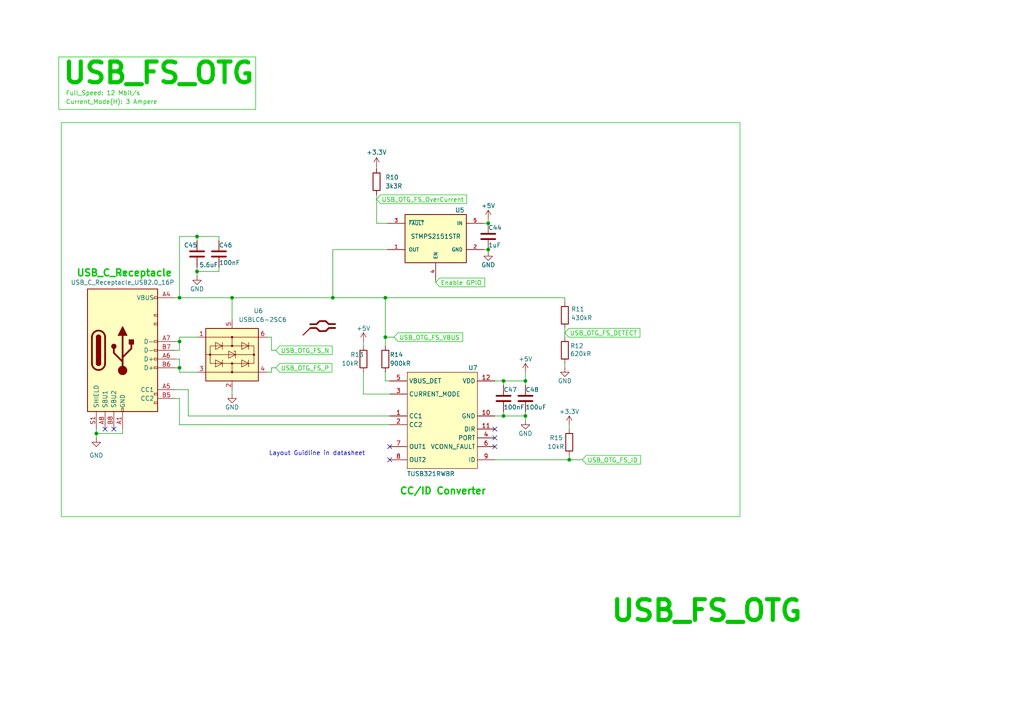
<source format=kicad_sch>
(kicad_sch
	(version 20231120)
	(generator "eeschema")
	(generator_version "8.0")
	(uuid "df89b6b7-0609-4630-a4fe-4a9a476ec321")
	(paper "A4")
	(lib_symbols
		(symbol "1.Custom:LOGO"
			(pin_names
				(offset 1.016)
			)
			(exclude_from_sim no)
			(in_bom yes)
			(on_board yes)
			(property "Reference" "#G"
				(at 0 4.6173 0)
				(effects
					(font
						(size 1.27 1.27)
					)
					(hide yes)
				)
			)
			(property "Value" "Differntial Pair"
				(at 0 -4.6173 0)
				(effects
					(font
						(size 1.27 1.27)
					)
					(hide yes)
				)
			)
			(property "Footprint" ""
				(at 0 0 0)
				(effects
					(font
						(size 1.27 1.27)
					)
					(hide yes)
				)
			)
			(property "Datasheet" ""
				(at 0 0 0)
				(effects
					(font
						(size 1.27 1.27)
					)
					(hide yes)
				)
			)
			(property "Description" ""
				(at 0 0 0)
				(effects
					(font
						(size 1.27 1.27)
					)
					(hide yes)
				)
			)
			(symbol "LOGO_0_0"
				(polyline
					(pts
						(xy -0.3796 1.4567) (xy 0.0747 1.9081) (xy 0.872 1.9081) (xy 1.6692 1.9081) (xy 1.9887 1.5946)
						(xy 2.0054 1.5783) (xy 2.1103 1.4757) (xy 2.214 1.3749) (xy 2.3095 1.2826) (xy 2.3899 1.2055)
						(xy 2.448 1.1505) (xy 2.5878 1.0199) (xy 3.5552 1.0349) (xy 3.5932 1.0355) (xy 3.828 1.0391) (xy 4.0255 1.0426)
						(xy 4.1889 1.0466) (xy 4.3215 1.0518) (xy 4.4264 1.0588) (xy 4.5069 1.0683) (xy 4.5661 1.081)
						(xy 4.6074 1.0974) (xy 4.634 1.1184) (xy 4.6491 1.1444) (xy 4.6558 1.1762) (xy 4.6575 1.2145)
						(xy 4.6573 1.2599) (xy 4.6565 1.288) (xy 4.6421 1.3484) (xy 4.6042 1.3967) (xy 4.5511 1.4465)
						(xy 3.6536 1.4465) (xy 2.756 1.4465) (xy 2.5936 1.5937) (xy 2.5777 1.6083) (xy 2.4968 1.6842)
						(xy 2.4007 1.7768) (xy 2.3001 1.8756) (xy 2.2056 1.9704) (xy 2.1682 2.0081) (xy 2.0841 2.091)
						(xy 2.0064 2.165) (xy 1.9426 2.2234) (xy 1.8999 2.2591) (xy 1.8198 2.3184) (xy 0.8945 2.3164)
						(xy 0.7474 2.3159) (xy 0.5633 2.3148) (xy 0.3941 2.3132) (xy 0.2441 2.3113) (xy 0.1178 2.309)
						(xy 0.0193 2.3065) (xy -0.0468 2.3038) (xy -0.0763 2.301) (xy -0.081 2.2991) (xy -0.1175 2.2746)
						(xy -0.1746 2.228) (xy -0.2452 2.1652) (xy -0.3225 2.092) (xy -0.3488 2.0664) (xy -0.4453 1.9726)
						(xy -0.5559 1.8654) (xy -0.6689 1.7561) (xy -0.7727 1.656) (xy -1.0222 1.4157) (xy -1.9078 1.4157)
						(xy -2.7935 1.4157) (xy -2.8534 1.3557) (xy -2.8793 1.3272) (xy -2.9064 1.275) (xy -2.9134 1.2057)
						(xy -2.9069 1.1351) (xy -2.8782 1.0737) (xy -2.8211 1.029) (xy -2.82 1.0285) (xy -2.7874 1.0226)
						(xy -2.7189 1.0176) (xy -2.6135 1.0135) (xy -2.4705 1.0103) (xy -2.2889 1.008) (xy -2.0681 1.0066)
						(xy -1.807 1.006) (xy -0.8339 1.0053) (xy -0.3796 1.4567)
					)
					(stroke
						(width 0.01)
						(type default)
					)
					(fill
						(type outline)
					)
				)
				(polyline
					(pts
						(xy -4.8384 -1.9793) (xy -4.7585 -1.9571) (xy -4.7331 -1.9489) (xy -4.6927 -1.9318) (xy -4.6508 -1.907)
						(xy -4.6021 -1.8701) (xy -4.541 -1.8168) (xy -4.4621 -1.7429) (xy -4.3599 -1.644) (xy -4.225 -1.5125)
						(xy -3.9889 -1.2826) (xy -3.7796 -1.079) (xy -3.5954 -0.9002) (xy -3.4348 -0.7447) (xy -3.2961 -0.611)
						(xy -3.1776 -0.4974) (xy -3.0778 -0.4024) (xy -2.9949 -0.3246) (xy -2.9275 -0.2623) (xy -2.8737 -0.2139)
						(xy -2.8321 -0.178) (xy -2.8009 -0.153) (xy -2.7785 -0.1373) (xy -2.7634 -0.1294) (xy -2.7418 -0.125)
						(xy -2.6797 -0.1193) (xy -2.586 -0.1145) (xy -2.4663 -0.1104) (xy -2.3262 -0.1072) (xy -2.1713 -0.1048)
						(xy -2.0072 -0.1033) (xy -1.8395 -0.1026) (xy -1.6737 -0.1029) (xy -1.5154 -0.1041) (xy -1.3703 -0.1062)
						(xy -1.2438 -0.1092) (xy -1.1416 -0.1132) (xy -1.0692 -0.1182) (xy -1.0323 -0.1242) (xy -1.0273 -0.1268)
						(xy -0.9914 -0.1536) (xy -0.9319 -0.2047) (xy -0.8532 -0.2763) (xy -0.7593 -0.3646) (xy -0.6543 -0.4656)
						(xy -0.5426 -0.5756) (xy -0.1107 -1.0053) (xy 0.8012 -1.0044) (xy 0.9297 -1.0041) (xy 1.1167 -1.0031)
						(xy 1.2908 -1.0014) (xy 1.4472 -0.9991) (xy 1.5814 -0.9964) (xy 1.6885 -0.9933) (xy 1.7639 -0.9898)
						(xy 1.803 -0.9862) (xy 1.8188 -0.9826) (xy 1.8467 -0.973) (xy 1.8776 -0.9563) (xy 1.9151 -0.9294)
						(xy 1.963 -0.8891) (xy 2.0249 -0.8323) (xy 2.1045 -0.7557) (xy 2.2055 -0.6562) (xy 2.3315 -0.5306)
						(xy 2.7701 -0.0923) (xy 3.6675 -0.0817) (xy 3.7915 -0.0801) (xy 3.9734 -0.0771) (xy 4.1405 -0.0736)
						(xy 4.2885 -0.0698) (xy 4.413 -0.0657) (xy 4.5096 -0.0616) (xy 4.574 -0.0575) (xy 4.6017 -0.0536)
						(xy 4.6334 -0.0314) (xy 4.6739 0.0291) (xy 4.6932 0.1053) (xy 4.6888 0.1838) (xy 4.6581 0.2508)
						(xy 4.6446 0.2669) (xy 4.6199 0.2894) (xy 4.5888 0.3077) (xy 4.5473 0.322) (xy 4.4917 0.3328)
						(xy 4.418 0.3403) (xy 4.3225 0.3449) (xy 4.2014 0.3469) (xy 4.0507 0.3467) (xy 3.8667 0.3446)
						(xy 3.6455 0.341) (xy 3.6415 0.3409) (xy 3.459 0.3374) (xy 3.2834 0.3336) (xy 3.1205 0.3295) (xy 2.9758 0.3254)
						(xy 2.855 0.3215) (xy 2.764 0.3178) (xy 2.7082 0.3146) (xy 2.5544 0.3021) (xy 2.1235 -0.1343)
						(xy 1.6926 -0.5707) (xy 1.2105 -0.5828) (xy 1.1807 -0.5835) (xy 1.0156 -0.5871) (xy 0.8431 -0.5903)
						(xy 0.6751 -0.5927) (xy 0.5239 -0.5943) (xy 0.4016 -0.5949) (xy 0.0748 -0.595) (xy -0.3678 -0.1556)
						(xy -0.4484 -0.0758) (xy -0.5635 0.037) (xy -0.6554 0.1251) (xy -0.7274 0.1914) (xy -0.7828 0.2388)
						(xy -0.8251 0.2703) (xy -0.8574 0.2888) (xy -0.8833 0.2973) (xy -0.9033 0.2992) (xy -0.964 0.3015)
						(xy -1.0581 0.3034) (xy -1.181 0.3047) (xy -1.3281 0.3055) (xy -1.4949 0.3057) (xy -1.6767 0.3053)
						(xy -1.8691 0.3042) (xy -1.9045 0.3039) (xy -2.1186 0.3022) (xy -2.296 0.3003) (xy -2.4403 0.2982)
						(xy -2.5552 0.2957) (xy -2.6444 0.2926) (xy -2.7116 0.2888) (xy -2.7605 0.2841) (xy -2.7948 0.2784)
						(xy -2.8181 0.2715) (xy -2.8343 0.2632) (xy -2.8637 0.2385) (xy -2.9092 0.1671) (xy -2.9419 0.0606)
						(xy -2.9454 0.0514) (xy -2.9557 0.0351) (xy -2.974 0.0118) (xy -3.0017 -0.0202) (xy -3.0406 -0.0623)
						(xy -3.0919 -0.1161) (xy -3.1574 -0.1831) (xy -3.2386 -0.2648) (xy -3.3369 -0.3629) (xy -3.4539 -0.4788)
						(xy -3.5912 -0.6141) (xy -3.7502 -0.7702) (xy -3.9326 -0.9488) (xy -4.1398 -1.1514) (xy -4.3734 -1.3795)
						(xy -4.6349 -1.6346) (xy -4.7408 -1.7396) (xy -4.8267 -1.8283) (xy -4.8895 -1.8975) (xy -4.9269 -1.9444)
						(xy -4.9363 -1.9665) (xy -4.9353 -1.9681) (xy -4.9179 -1.9843) (xy -4.8885 -1.9882) (xy -4.8384 -1.9793)
					)
					(stroke
						(width 0.01)
						(type default)
					)
					(fill
						(type outline)
					)
				)
			)
		)
		(symbol "1.Custom:STMPS2151STR"
			(pin_names
				(offset 1.016)
			)
			(exclude_from_sim no)
			(in_bom yes)
			(on_board yes)
			(property "Reference" "U14"
				(at 0 12.7 0)
				(effects
					(font
						(size 1.27 1.27)
					)
				)
			)
			(property "Value" "STMPS2151STR"
				(at 0 10.16 0)
				(effects
					(font
						(size 1.27 1.27)
					)
				)
			)
			(property "Footprint" "1.Footprints:STMPS"
				(at 0 0 0)
				(effects
					(font
						(size 1.27 1.27)
					)
					(justify bottom)
					(hide yes)
				)
			)
			(property "Datasheet" ""
				(at 0 0 0)
				(effects
					(font
						(size 1.27 1.27)
					)
					(hide yes)
				)
			)
			(property "Description" ""
				(at 0 0 0)
				(effects
					(font
						(size 1.27 1.27)
					)
					(hide yes)
				)
			)
			(property "PARTREV" "7"
				(at 0 0 0)
				(effects
					(font
						(size 1.27 1.27)
					)
					(justify bottom)
					(hide yes)
				)
			)
			(property "STANDARD" "IPC-7351B"
				(at 0 0 0)
				(effects
					(font
						(size 1.27 1.27)
					)
					(justify bottom)
					(hide yes)
				)
			)
			(property "MAXIMUM_PACKAGE_HEIGHT" "1.45mm"
				(at 0 0 0)
				(effects
					(font
						(size 1.27 1.27)
					)
					(justify bottom)
					(hide yes)
				)
			)
			(property "MANUFACTURER" "STMicroelectronics"
				(at 0 0 0)
				(effects
					(font
						(size 1.27 1.27)
					)
					(justify bottom)
					(hide yes)
				)
			)
			(symbol "STMPS2151STR_0_0"
				(rectangle
					(start -10.16 6.35)
					(end 7.62 -7.62)
					(stroke
						(width 0.254)
						(type default)
					)
					(fill
						(type background)
					)
				)
				(pin output line
					(at -15.24 -3.81 0)
					(length 5.08)
					(name "OUT"
						(effects
							(font
								(size 1.016 1.016)
							)
						)
					)
					(number "1"
						(effects
							(font
								(size 1.016 1.016)
							)
						)
					)
				)
				(pin power_in line
					(at 12.7 -3.81 180)
					(length 5.08)
					(name "GND"
						(effects
							(font
								(size 1.016 1.016)
							)
						)
					)
					(number "2"
						(effects
							(font
								(size 1.016 1.016)
							)
						)
					)
				)
				(pin output line
					(at -15.24 3.81 0)
					(length 5.08)
					(name "~{FAULT}"
						(effects
							(font
								(size 1.016 1.016)
							)
						)
					)
					(number "3"
						(effects
							(font
								(size 1.016 1.016)
							)
						)
					)
				)
				(pin input line
					(at -1.27 -12.7 90)
					(length 5.08)
					(name "EN"
						(effects
							(font
								(size 1.016 1.016)
							)
						)
					)
					(number "4"
						(effects
							(font
								(size 1.016 1.016)
							)
						)
					)
				)
				(pin input line
					(at 12.7 3.81 180)
					(length 5.08)
					(name "IN"
						(effects
							(font
								(size 1.016 1.016)
							)
						)
					)
					(number "5"
						(effects
							(font
								(size 1.016 1.016)
							)
						)
					)
				)
			)
		)
		(symbol "Connector:USB_C_Receptacle_USB2.0_16P"
			(pin_names
				(offset 1.016)
			)
			(exclude_from_sim no)
			(in_bom yes)
			(on_board yes)
			(property "Reference" "J6"
				(at 0 22.225 0)
				(effects
					(font
						(size 1.27 1.27)
					)
				)
			)
			(property "Value" "USB_C_Receptacle_USB2.0_16P"
				(at 0 19.685 0)
				(effects
					(font
						(size 1.27 1.27)
					)
				)
			)
			(property "Footprint" ""
				(at 3.81 0 0)
				(effects
					(font
						(size 1.27 1.27)
					)
					(hide yes)
				)
			)
			(property "Datasheet" "https://www.usb.org/sites/default/files/documents/usb_type-c.zip"
				(at 3.81 0 0)
				(effects
					(font
						(size 1.27 1.27)
					)
					(hide yes)
				)
			)
			(property "Description" "USB 2.0-only 16P Type-C Receptacle connector"
				(at 0 0 0)
				(effects
					(font
						(size 1.27 1.27)
					)
					(hide yes)
				)
			)
			(property "ki_keywords" "usb universal serial bus type-C USB2.0"
				(at 0 0 0)
				(effects
					(font
						(size 1.27 1.27)
					)
					(hide yes)
				)
			)
			(property "ki_fp_filters" "USB*C*Receptacle*"
				(at 0 0 0)
				(effects
					(font
						(size 1.27 1.27)
					)
					(hide yes)
				)
			)
			(symbol "USB_C_Receptacle_USB2.0_16P_0_0"
				(rectangle
					(start -0.254 -17.78)
					(end 0.254 -16.764)
					(stroke
						(width 0)
						(type default)
					)
					(fill
						(type none)
					)
				)
				(rectangle
					(start 10.16 -14.986)
					(end 9.144 -15.494)
					(stroke
						(width 0)
						(type default)
					)
					(fill
						(type none)
					)
				)
				(rectangle
					(start 10.16 -12.446)
					(end 9.144 -12.954)
					(stroke
						(width 0)
						(type default)
					)
					(fill
						(type none)
					)
				)
				(rectangle
					(start 10.16 -4.826)
					(end 9.144 -5.334)
					(stroke
						(width 0)
						(type default)
					)
					(fill
						(type none)
					)
				)
				(rectangle
					(start 10.16 -2.286)
					(end 9.144 -2.794)
					(stroke
						(width 0)
						(type default)
					)
					(fill
						(type none)
					)
				)
				(rectangle
					(start 10.16 0.254)
					(end 9.144 -0.254)
					(stroke
						(width 0)
						(type default)
					)
					(fill
						(type none)
					)
				)
				(rectangle
					(start 10.16 2.794)
					(end 9.144 2.286)
					(stroke
						(width 0)
						(type default)
					)
					(fill
						(type none)
					)
				)
				(rectangle
					(start 10.16 7.874)
					(end 9.144 7.366)
					(stroke
						(width 0)
						(type default)
					)
					(fill
						(type none)
					)
				)
				(rectangle
					(start 10.16 10.414)
					(end 9.144 9.906)
					(stroke
						(width 0)
						(type default)
					)
					(fill
						(type none)
					)
				)
				(rectangle
					(start 10.16 15.494)
					(end 9.144 14.986)
					(stroke
						(width 0)
						(type default)
					)
					(fill
						(type none)
					)
				)
			)
			(symbol "USB_C_Receptacle_USB2.0_16P_0_1"
				(rectangle
					(start -10.16 17.78)
					(end 10.16 -17.78)
					(stroke
						(width 0.254)
						(type default)
					)
					(fill
						(type background)
					)
				)
				(arc
					(start -8.89 -3.81)
					(mid -6.985 -5.7067)
					(end -5.08 -3.81)
					(stroke
						(width 0.508)
						(type default)
					)
					(fill
						(type none)
					)
				)
				(arc
					(start -7.62 -3.81)
					(mid -6.985 -4.4423)
					(end -6.35 -3.81)
					(stroke
						(width 0.254)
						(type default)
					)
					(fill
						(type none)
					)
				)
				(arc
					(start -7.62 -3.81)
					(mid -6.985 -4.4423)
					(end -6.35 -3.81)
					(stroke
						(width 0.254)
						(type default)
					)
					(fill
						(type outline)
					)
				)
				(rectangle
					(start -7.62 -3.81)
					(end -6.35 3.81)
					(stroke
						(width 0.254)
						(type default)
					)
					(fill
						(type outline)
					)
				)
				(arc
					(start -6.35 3.81)
					(mid -6.985 4.4423)
					(end -7.62 3.81)
					(stroke
						(width 0.254)
						(type default)
					)
					(fill
						(type none)
					)
				)
				(arc
					(start -6.35 3.81)
					(mid -6.985 4.4423)
					(end -7.62 3.81)
					(stroke
						(width 0.254)
						(type default)
					)
					(fill
						(type outline)
					)
				)
				(arc
					(start -5.08 3.81)
					(mid -6.985 5.7067)
					(end -8.89 3.81)
					(stroke
						(width 0.508)
						(type default)
					)
					(fill
						(type none)
					)
				)
				(circle
					(center -2.54 1.143)
					(radius 0.635)
					(stroke
						(width 0.254)
						(type default)
					)
					(fill
						(type outline)
					)
				)
				(circle
					(center 0 -5.842)
					(radius 1.27)
					(stroke
						(width 0)
						(type default)
					)
					(fill
						(type outline)
					)
				)
				(polyline
					(pts
						(xy -8.89 -3.81) (xy -8.89 3.81)
					)
					(stroke
						(width 0.508)
						(type default)
					)
					(fill
						(type none)
					)
				)
				(polyline
					(pts
						(xy -5.08 3.81) (xy -5.08 -3.81)
					)
					(stroke
						(width 0.508)
						(type default)
					)
					(fill
						(type none)
					)
				)
				(polyline
					(pts
						(xy 0 -5.842) (xy 0 4.318)
					)
					(stroke
						(width 0.508)
						(type default)
					)
					(fill
						(type none)
					)
				)
				(polyline
					(pts
						(xy 0 -3.302) (xy -2.54 -0.762) (xy -2.54 0.508)
					)
					(stroke
						(width 0.508)
						(type default)
					)
					(fill
						(type none)
					)
				)
				(polyline
					(pts
						(xy 0 -2.032) (xy 2.54 0.508) (xy 2.54 1.778)
					)
					(stroke
						(width 0.508)
						(type default)
					)
					(fill
						(type none)
					)
				)
				(polyline
					(pts
						(xy -1.27 4.318) (xy 0 6.858) (xy 1.27 4.318) (xy -1.27 4.318)
					)
					(stroke
						(width 0.254)
						(type default)
					)
					(fill
						(type outline)
					)
				)
				(rectangle
					(start 1.905 1.778)
					(end 3.175 3.048)
					(stroke
						(width 0.254)
						(type default)
					)
					(fill
						(type outline)
					)
				)
			)
			(symbol "USB_C_Receptacle_USB2.0_16P_1_1"
				(pin passive line
					(at 0 -22.86 90)
					(length 5.08)
					(name "GND"
						(effects
							(font
								(size 1.27 1.27)
							)
						)
					)
					(number "A1"
						(effects
							(font
								(size 1.27 1.27)
							)
						)
					)
				)
				(pin passive line
					(at 0 -22.86 90)
					(length 5.08) hide
					(name "GND"
						(effects
							(font
								(size 1.27 1.27)
							)
						)
					)
					(number "A12"
						(effects
							(font
								(size 1.27 1.27)
							)
						)
					)
				)
				(pin passive line
					(at 15.24 15.24 180)
					(length 5.08)
					(name "VBUS"
						(effects
							(font
								(size 1.27 1.27)
							)
						)
					)
					(number "A4"
						(effects
							(font
								(size 1.27 1.27)
							)
						)
					)
				)
				(pin bidirectional line
					(at 15.24 -11.43 180)
					(length 5.08)
					(name "CC1"
						(effects
							(font
								(size 1.27 1.27)
							)
						)
					)
					(number "A5"
						(effects
							(font
								(size 1.27 1.27)
							)
						)
					)
				)
				(pin bidirectional line
					(at 15.24 -2.54 180)
					(length 5.08)
					(name "D+"
						(effects
							(font
								(size 1.27 1.27)
							)
						)
					)
					(number "A6"
						(effects
							(font
								(size 1.27 1.27)
							)
						)
					)
				)
				(pin bidirectional line
					(at 15.24 2.54 180)
					(length 5.08)
					(name "D-"
						(effects
							(font
								(size 1.27 1.27)
							)
						)
					)
					(number "A7"
						(effects
							(font
								(size 1.27 1.27)
							)
						)
					)
				)
				(pin bidirectional line
					(at -5.08 -22.86 90)
					(length 5.08)
					(name "SBU1"
						(effects
							(font
								(size 1.27 1.27)
							)
						)
					)
					(number "A8"
						(effects
							(font
								(size 1.27 1.27)
							)
						)
					)
				)
				(pin passive line
					(at 15.24 15.24 180)
					(length 5.08) hide
					(name "VBUS"
						(effects
							(font
								(size 1.27 1.27)
							)
						)
					)
					(number "A9"
						(effects
							(font
								(size 1.27 1.27)
							)
						)
					)
				)
				(pin passive line
					(at 0 -22.86 90)
					(length 5.08) hide
					(name "GND"
						(effects
							(font
								(size 1.27 1.27)
							)
						)
					)
					(number "B1"
						(effects
							(font
								(size 1.27 1.27)
							)
						)
					)
				)
				(pin passive line
					(at 0 -22.86 90)
					(length 5.08) hide
					(name "GND"
						(effects
							(font
								(size 1.27 1.27)
							)
						)
					)
					(number "B12"
						(effects
							(font
								(size 1.27 1.27)
							)
						)
					)
				)
				(pin passive line
					(at 15.24 15.24 180)
					(length 5.08) hide
					(name "VBUS"
						(effects
							(font
								(size 1.27 1.27)
							)
						)
					)
					(number "B4"
						(effects
							(font
								(size 1.27 1.27)
							)
						)
					)
				)
				(pin bidirectional line
					(at 15.24 -13.97 180)
					(length 5.08)
					(name "CC2"
						(effects
							(font
								(size 1.27 1.27)
							)
						)
					)
					(number "B5"
						(effects
							(font
								(size 1.27 1.27)
							)
						)
					)
				)
				(pin bidirectional line
					(at 15.24 -5.08 180)
					(length 5.08)
					(name "D+"
						(effects
							(font
								(size 1.27 1.27)
							)
						)
					)
					(number "B6"
						(effects
							(font
								(size 1.27 1.27)
							)
						)
					)
				)
				(pin bidirectional line
					(at 15.24 0 180)
					(length 5.08)
					(name "D-"
						(effects
							(font
								(size 1.27 1.27)
							)
						)
					)
					(number "B7"
						(effects
							(font
								(size 1.27 1.27)
							)
						)
					)
				)
				(pin bidirectional line
					(at -2.54 -22.86 90)
					(length 5.08)
					(name "SBU2"
						(effects
							(font
								(size 1.27 1.27)
							)
						)
					)
					(number "B8"
						(effects
							(font
								(size 1.27 1.27)
							)
						)
					)
				)
				(pin passive line
					(at 15.24 15.24 180)
					(length 5.08) hide
					(name "VBUS"
						(effects
							(font
								(size 1.27 1.27)
							)
						)
					)
					(number "B9"
						(effects
							(font
								(size 1.27 1.27)
							)
						)
					)
				)
				(pin passive line
					(at -7.62 -22.86 90)
					(length 5.08)
					(name "SHIELD"
						(effects
							(font
								(size 1.27 1.27)
							)
						)
					)
					(number "S1"
						(effects
							(font
								(size 1.27 1.27)
							)
						)
					)
				)
			)
		)
		(symbol "Device:C"
			(pin_numbers hide)
			(pin_names
				(offset 0.254)
			)
			(exclude_from_sim no)
			(in_bom yes)
			(on_board yes)
			(property "Reference" "C"
				(at 0.635 2.54 0)
				(effects
					(font
						(size 1.27 1.27)
					)
					(justify left)
				)
			)
			(property "Value" "C"
				(at 0.635 -2.54 0)
				(effects
					(font
						(size 1.27 1.27)
					)
					(justify left)
				)
			)
			(property "Footprint" ""
				(at 0.9652 -3.81 0)
				(effects
					(font
						(size 1.27 1.27)
					)
					(hide yes)
				)
			)
			(property "Datasheet" "~"
				(at 0 0 0)
				(effects
					(font
						(size 1.27 1.27)
					)
					(hide yes)
				)
			)
			(property "Description" "Unpolarized capacitor"
				(at 0 0 0)
				(effects
					(font
						(size 1.27 1.27)
					)
					(hide yes)
				)
			)
			(property "ki_keywords" "cap capacitor"
				(at 0 0 0)
				(effects
					(font
						(size 1.27 1.27)
					)
					(hide yes)
				)
			)
			(property "ki_fp_filters" "C_*"
				(at 0 0 0)
				(effects
					(font
						(size 1.27 1.27)
					)
					(hide yes)
				)
			)
			(symbol "C_0_1"
				(polyline
					(pts
						(xy -2.032 -0.762) (xy 2.032 -0.762)
					)
					(stroke
						(width 0.508)
						(type default)
					)
					(fill
						(type none)
					)
				)
				(polyline
					(pts
						(xy -2.032 0.762) (xy 2.032 0.762)
					)
					(stroke
						(width 0.508)
						(type default)
					)
					(fill
						(type none)
					)
				)
			)
			(symbol "C_1_1"
				(pin passive line
					(at 0 3.81 270)
					(length 2.794)
					(name "~"
						(effects
							(font
								(size 1.27 1.27)
							)
						)
					)
					(number "1"
						(effects
							(font
								(size 1.27 1.27)
							)
						)
					)
				)
				(pin passive line
					(at 0 -3.81 90)
					(length 2.794)
					(name "~"
						(effects
							(font
								(size 1.27 1.27)
							)
						)
					)
					(number "2"
						(effects
							(font
								(size 1.27 1.27)
							)
						)
					)
				)
			)
		)
		(symbol "Device:R"
			(pin_numbers hide)
			(pin_names
				(offset 0)
			)
			(exclude_from_sim no)
			(in_bom yes)
			(on_board yes)
			(property "Reference" "R"
				(at 2.032 0 90)
				(effects
					(font
						(size 1.27 1.27)
					)
				)
			)
			(property "Value" "R"
				(at 0 0 90)
				(effects
					(font
						(size 1.27 1.27)
					)
				)
			)
			(property "Footprint" ""
				(at -1.778 0 90)
				(effects
					(font
						(size 1.27 1.27)
					)
					(hide yes)
				)
			)
			(property "Datasheet" "~"
				(at 0 0 0)
				(effects
					(font
						(size 1.27 1.27)
					)
					(hide yes)
				)
			)
			(property "Description" "Resistor"
				(at 0 0 0)
				(effects
					(font
						(size 1.27 1.27)
					)
					(hide yes)
				)
			)
			(property "ki_keywords" "R res resistor"
				(at 0 0 0)
				(effects
					(font
						(size 1.27 1.27)
					)
					(hide yes)
				)
			)
			(property "ki_fp_filters" "R_*"
				(at 0 0 0)
				(effects
					(font
						(size 1.27 1.27)
					)
					(hide yes)
				)
			)
			(symbol "R_0_1"
				(rectangle
					(start -1.016 -2.54)
					(end 1.016 2.54)
					(stroke
						(width 0.254)
						(type default)
					)
					(fill
						(type none)
					)
				)
			)
			(symbol "R_1_1"
				(pin passive line
					(at 0 3.81 270)
					(length 1.27)
					(name "~"
						(effects
							(font
								(size 1.27 1.27)
							)
						)
					)
					(number "1"
						(effects
							(font
								(size 1.27 1.27)
							)
						)
					)
				)
				(pin passive line
					(at 0 -3.81 90)
					(length 1.27)
					(name "~"
						(effects
							(font
								(size 1.27 1.27)
							)
						)
					)
					(number "2"
						(effects
							(font
								(size 1.27 1.27)
							)
						)
					)
				)
			)
		)
		(symbol "Power_Protection:USBLC6-2SC6"
			(pin_names hide)
			(exclude_from_sim no)
			(in_bom yes)
			(on_board yes)
			(property "Reference" "U11"
				(at -6.9281 16.51 90)
				(effects
					(font
						(size 1.27 1.27)
					)
				)
			)
			(property "Value" "USBLC6-2SC6"
				(at -4.3881 16.51 90)
				(effects
					(font
						(size 1.27 1.27)
					)
				)
			)
			(property "Footprint" "Package_TO_SOT_SMD:SOT-23-6"
				(at 0 -12.7 0)
				(effects
					(font
						(size 1.27 1.27)
					)
					(hide yes)
				)
			)
			(property "Datasheet" "https://www.st.com/resource/en/datasheet/usblc6-2.pdf"
				(at 16.51 20.32 0)
				(effects
					(font
						(size 1.27 1.27)
					)
					(hide yes)
				)
			)
			(property "Description" "Very low capacitance ESD protection diode, 2 data-line, SOT-23-6"
				(at 0 0 0)
				(effects
					(font
						(size 1.27 1.27)
					)
					(hide yes)
				)
			)
			(property "ki_keywords" "usb ethernet video"
				(at 0 0 0)
				(effects
					(font
						(size 1.27 1.27)
					)
					(hide yes)
				)
			)
			(property "ki_fp_filters" "SOT?23*"
				(at 0 0 0)
				(effects
					(font
						(size 1.27 1.27)
					)
					(hide yes)
				)
			)
			(symbol "USBLC6-2SC6_0_1"
				(rectangle
					(start -7.62 7.62)
					(end 7.62 -7.62)
					(stroke
						(width 0.254)
						(type default)
					)
					(fill
						(type background)
					)
				)
				(circle
					(center -5.08 0)
					(radius 0.254)
					(stroke
						(width 0)
						(type default)
					)
					(fill
						(type outline)
					)
				)
				(circle
					(center -2.54 0)
					(radius 0.254)
					(stroke
						(width 0)
						(type default)
					)
					(fill
						(type outline)
					)
				)
				(rectangle
					(start -2.54 6.35)
					(end 2.54 -6.35)
					(stroke
						(width 0)
						(type default)
					)
					(fill
						(type none)
					)
				)
				(circle
					(center 0 -6.35)
					(radius 0.254)
					(stroke
						(width 0)
						(type default)
					)
					(fill
						(type outline)
					)
				)
				(polyline
					(pts
						(xy -5.08 -5.08) (xy -5.08 -7.62)
					)
					(stroke
						(width 0)
						(type default)
					)
					(fill
						(type none)
					)
				)
				(polyline
					(pts
						(xy -5.08 -2.54) (xy -5.08 -5.08)
					)
					(stroke
						(width 0)
						(type default)
					)
					(fill
						(type none)
					)
				)
				(polyline
					(pts
						(xy -5.08 0) (xy -5.08 -2.54)
					)
					(stroke
						(width 0)
						(type default)
					)
					(fill
						(type none)
					)
				)
				(polyline
					(pts
						(xy -5.08 5.08) (xy -5.08 2.54)
					)
					(stroke
						(width 0)
						(type default)
					)
					(fill
						(type none)
					)
				)
				(polyline
					(pts
						(xy -5.08 7.62) (xy -5.08 5.08)
					)
					(stroke
						(width 0)
						(type default)
					)
					(fill
						(type none)
					)
				)
				(polyline
					(pts
						(xy -1.524 -2.794) (xy -3.556 -2.794)
					)
					(stroke
						(width 0)
						(type default)
					)
					(fill
						(type none)
					)
				)
				(polyline
					(pts
						(xy -1.524 4.826) (xy -3.556 4.826)
					)
					(stroke
						(width 0)
						(type default)
					)
					(fill
						(type none)
					)
				)
				(polyline
					(pts
						(xy 0 -7.62) (xy 0 -6.35)
					)
					(stroke
						(width 0)
						(type default)
					)
					(fill
						(type none)
					)
				)
				(polyline
					(pts
						(xy 0 -6.35) (xy 0 1.27)
					)
					(stroke
						(width 0)
						(type default)
					)
					(fill
						(type none)
					)
				)
				(polyline
					(pts
						(xy 0 1.27) (xy 0 6.35)
					)
					(stroke
						(width 0)
						(type default)
					)
					(fill
						(type none)
					)
				)
				(polyline
					(pts
						(xy 1.524 -2.794) (xy 3.556 -2.794)
					)
					(stroke
						(width 0)
						(type default)
					)
					(fill
						(type none)
					)
				)
				(polyline
					(pts
						(xy 1.524 4.826) (xy 3.556 4.826)
					)
					(stroke
						(width 0)
						(type default)
					)
					(fill
						(type none)
					)
				)
				(polyline
					(pts
						(xy 5.08 -5.08) (xy 5.08 -7.62)
					)
					(stroke
						(width 0)
						(type default)
					)
					(fill
						(type none)
					)
				)
				(polyline
					(pts
						(xy 5.08 -2.54) (xy 5.08 -5.08)
					)
					(stroke
						(width 0)
						(type default)
					)
					(fill
						(type none)
					)
				)
				(polyline
					(pts
						(xy 5.08 0) (xy 5.08 -2.54)
					)
					(stroke
						(width 0)
						(type default)
					)
					(fill
						(type none)
					)
				)
				(polyline
					(pts
						(xy 5.08 5.08) (xy 5.08 2.54)
					)
					(stroke
						(width 0)
						(type default)
					)
					(fill
						(type none)
					)
				)
				(polyline
					(pts
						(xy 5.08 7.62) (xy 5.08 5.08)
					)
					(stroke
						(width 0)
						(type default)
					)
					(fill
						(type none)
					)
				)
				(polyline
					(pts
						(xy -2.54 0) (xy -5.08 0) (xy -5.08 2.54)
					)
					(stroke
						(width 0)
						(type default)
					)
					(fill
						(type none)
					)
				)
				(polyline
					(pts
						(xy 2.54 0) (xy 5.08 0) (xy 5.08 2.54)
					)
					(stroke
						(width 0)
						(type default)
					)
					(fill
						(type none)
					)
				)
				(polyline
					(pts
						(xy -3.556 -4.826) (xy -1.524 -4.826) (xy -2.54 -2.794) (xy -3.556 -4.826)
					)
					(stroke
						(width 0)
						(type default)
					)
					(fill
						(type none)
					)
				)
				(polyline
					(pts
						(xy -3.556 2.794) (xy -1.524 2.794) (xy -2.54 4.826) (xy -3.556 2.794)
					)
					(stroke
						(width 0)
						(type default)
					)
					(fill
						(type none)
					)
				)
				(polyline
					(pts
						(xy -1.016 -1.016) (xy 1.016 -1.016) (xy 0 1.016) (xy -1.016 -1.016)
					)
					(stroke
						(width 0)
						(type default)
					)
					(fill
						(type none)
					)
				)
				(polyline
					(pts
						(xy 1.016 1.016) (xy 0.762 1.016) (xy -1.016 1.016) (xy -1.016 0.508)
					)
					(stroke
						(width 0)
						(type default)
					)
					(fill
						(type none)
					)
				)
				(polyline
					(pts
						(xy 3.556 -4.826) (xy 1.524 -4.826) (xy 2.54 -2.794) (xy 3.556 -4.826)
					)
					(stroke
						(width 0)
						(type default)
					)
					(fill
						(type none)
					)
				)
				(polyline
					(pts
						(xy 3.556 2.794) (xy 1.524 2.794) (xy 2.54 4.826) (xy 3.556 2.794)
					)
					(stroke
						(width 0)
						(type default)
					)
					(fill
						(type none)
					)
				)
				(circle
					(center 0 6.35)
					(radius 0.254)
					(stroke
						(width 0)
						(type default)
					)
					(fill
						(type outline)
					)
				)
				(circle
					(center 2.54 0)
					(radius 0.254)
					(stroke
						(width 0)
						(type default)
					)
					(fill
						(type outline)
					)
				)
				(circle
					(center 5.08 0)
					(radius 0.254)
					(stroke
						(width 0)
						(type default)
					)
					(fill
						(type outline)
					)
				)
			)
			(symbol "USBLC6-2SC6_1_1"
				(pin passive line
					(at -5.08 -10.16 90)
					(length 2.54)
					(name "I/O1"
						(effects
							(font
								(size 1.27 1.27)
							)
						)
					)
					(number "1"
						(effects
							(font
								(size 1.27 1.27)
							)
						)
					)
				)
				(pin passive line
					(at 10.16 0 180)
					(length 2.54)
					(name "GND"
						(effects
							(font
								(size 1.27 1.27)
							)
						)
					)
					(number "2"
						(effects
							(font
								(size 1.27 1.27)
							)
						)
					)
				)
				(pin passive line
					(at 5.08 -10.16 90)
					(length 2.54)
					(name "I/O2"
						(effects
							(font
								(size 1.27 1.27)
							)
						)
					)
					(number "3"
						(effects
							(font
								(size 1.27 1.27)
							)
						)
					)
				)
				(pin passive line
					(at 5.08 10.16 270)
					(length 2.54)
					(name "I/O2"
						(effects
							(font
								(size 1.27 1.27)
							)
						)
					)
					(number "4"
						(effects
							(font
								(size 1.27 1.27)
							)
						)
					)
				)
				(pin passive line
					(at -10.16 0 0)
					(length 2.54)
					(name "VBUS"
						(effects
							(font
								(size 1.27 1.27)
							)
						)
					)
					(number "5"
						(effects
							(font
								(size 1.27 1.27)
							)
						)
					)
				)
				(pin passive line
					(at -5.08 10.16 270)
					(length 2.54)
					(name "I/O1"
						(effects
							(font
								(size 1.27 1.27)
							)
						)
					)
					(number "6"
						(effects
							(font
								(size 1.27 1.27)
							)
						)
					)
				)
			)
		)
		(symbol "TUSB321_1"
			(exclude_from_sim no)
			(in_bom yes)
			(on_board yes)
			(property "Reference" "U3"
				(at 16.51 2.54 0)
				(effects
					(font
						(size 1.27 1.27)
					)
				)
			)
			(property "Value" "~"
				(at 0 0 0)
				(effects
					(font
						(size 1.27 1.27)
					)
				)
			)
			(property "Footprint" ""
				(at 0 0 0)
				(effects
					(font
						(size 1.27 1.27)
					)
					(hide yes)
				)
			)
			(property "Datasheet" ""
				(at 0 0 0)
				(effects
					(font
						(size 1.27 1.27)
					)
					(hide yes)
				)
			)
			(property "Description" ""
				(at 0 0 0)
				(effects
					(font
						(size 1.27 1.27)
					)
					(hide yes)
				)
			)
			(symbol "TUSB321_1_1_1"
				(rectangle
					(start -2.54 1.27)
					(end 17.78 -26.67)
					(stroke
						(width 0)
						(type default)
					)
					(fill
						(type background)
					)
				)
				(pin power_in line
					(at -7.62 -11.43 0)
					(length 5.08)
					(name "CC1"
						(effects
							(font
								(size 1.27 1.27)
							)
						)
					)
					(number "1"
						(effects
							(font
								(size 1.27 1.27)
							)
						)
					)
				)
				(pin power_in line
					(at 22.86 -11.43 180)
					(length 5.08)
					(name "GND"
						(effects
							(font
								(size 1.27 1.27)
							)
						)
					)
					(number "10"
						(effects
							(font
								(size 1.27 1.27)
							)
						)
					)
				)
				(pin power_in line
					(at 22.86 -15.24 180)
					(length 5.08)
					(name "DIR"
						(effects
							(font
								(size 1.27 1.27)
							)
						)
					)
					(number "11"
						(effects
							(font
								(size 1.27 1.27)
							)
						)
					)
				)
				(pin power_in line
					(at 22.86 -1.27 180)
					(length 5.08)
					(name "VDD"
						(effects
							(font
								(size 1.27 1.27)
							)
						)
					)
					(number "12"
						(effects
							(font
								(size 1.27 1.27)
							)
						)
					)
				)
				(pin power_in line
					(at -7.62 -13.97 0)
					(length 5.08)
					(name "CC2"
						(effects
							(font
								(size 1.27 1.27)
							)
						)
					)
					(number "2"
						(effects
							(font
								(size 1.27 1.27)
							)
						)
					)
				)
				(pin power_in line
					(at -7.62 -5.08 0)
					(length 5.08)
					(name "CURRENT_MODE"
						(effects
							(font
								(size 1.27 1.27)
							)
						)
					)
					(number "3"
						(effects
							(font
								(size 1.27 1.27)
							)
						)
					)
				)
				(pin power_in line
					(at 22.86 -17.78 180)
					(length 5.08)
					(name "PORT"
						(effects
							(font
								(size 1.27 1.27)
							)
						)
					)
					(number "4"
						(effects
							(font
								(size 1.27 1.27)
							)
						)
					)
				)
				(pin power_in line
					(at -7.62 -1.27 0)
					(length 5.08)
					(name "VBUS_DET"
						(effects
							(font
								(size 1.27 1.27)
							)
						)
					)
					(number "5"
						(effects
							(font
								(size 1.27 1.27)
							)
						)
					)
				)
				(pin power_in line
					(at 22.86 -20.32 180)
					(length 5.08)
					(name "VCONN_FAULT"
						(effects
							(font
								(size 1.27 1.27)
							)
						)
					)
					(number "6"
						(effects
							(font
								(size 1.27 1.27)
							)
						)
					)
				)
				(pin power_in line
					(at -7.62 -20.32 0)
					(length 5.08)
					(name "OUT1"
						(effects
							(font
								(size 1.27 1.27)
							)
						)
					)
					(number "7"
						(effects
							(font
								(size 1.27 1.27)
							)
						)
					)
				)
				(pin power_in line
					(at -7.62 -24.13 0)
					(length 5.08)
					(name "OUT2"
						(effects
							(font
								(size 1.27 1.27)
							)
						)
					)
					(number "8"
						(effects
							(font
								(size 1.27 1.27)
							)
						)
					)
				)
				(pin power_in line
					(at 22.86 -24.13 180)
					(length 5.08)
					(name "ID"
						(effects
							(font
								(size 1.27 1.27)
							)
						)
					)
					(number "9"
						(effects
							(font
								(size 1.27 1.27)
							)
						)
					)
				)
			)
		)
		(symbol "power:+3.3V"
			(power)
			(pin_numbers hide)
			(pin_names
				(offset 0) hide)
			(exclude_from_sim no)
			(in_bom yes)
			(on_board yes)
			(property "Reference" "#PWR"
				(at 0 -3.81 0)
				(effects
					(font
						(size 1.27 1.27)
					)
					(hide yes)
				)
			)
			(property "Value" "+3.3V"
				(at 0 3.556 0)
				(effects
					(font
						(size 1.27 1.27)
					)
				)
			)
			(property "Footprint" ""
				(at 0 0 0)
				(effects
					(font
						(size 1.27 1.27)
					)
					(hide yes)
				)
			)
			(property "Datasheet" ""
				(at 0 0 0)
				(effects
					(font
						(size 1.27 1.27)
					)
					(hide yes)
				)
			)
			(property "Description" "Power symbol creates a global label with name \"+3.3V\""
				(at 0 0 0)
				(effects
					(font
						(size 1.27 1.27)
					)
					(hide yes)
				)
			)
			(property "ki_keywords" "global power"
				(at 0 0 0)
				(effects
					(font
						(size 1.27 1.27)
					)
					(hide yes)
				)
			)
			(symbol "+3.3V_0_1"
				(polyline
					(pts
						(xy -0.762 1.27) (xy 0 2.54)
					)
					(stroke
						(width 0)
						(type default)
					)
					(fill
						(type none)
					)
				)
				(polyline
					(pts
						(xy 0 0) (xy 0 2.54)
					)
					(stroke
						(width 0)
						(type default)
					)
					(fill
						(type none)
					)
				)
				(polyline
					(pts
						(xy 0 2.54) (xy 0.762 1.27)
					)
					(stroke
						(width 0)
						(type default)
					)
					(fill
						(type none)
					)
				)
			)
			(symbol "+3.3V_1_1"
				(pin power_in line
					(at 0 0 90)
					(length 0)
					(name "~"
						(effects
							(font
								(size 1.27 1.27)
							)
						)
					)
					(number "1"
						(effects
							(font
								(size 1.27 1.27)
							)
						)
					)
				)
			)
		)
		(symbol "power:+5V"
			(power)
			(pin_names
				(offset 0)
			)
			(exclude_from_sim no)
			(in_bom yes)
			(on_board yes)
			(property "Reference" "#PWR"
				(at 0 -3.81 0)
				(effects
					(font
						(size 1.27 1.27)
					)
					(hide yes)
				)
			)
			(property "Value" "+5V"
				(at 0 3.556 0)
				(effects
					(font
						(size 1.27 1.27)
					)
				)
			)
			(property "Footprint" ""
				(at 0 0 0)
				(effects
					(font
						(size 1.27 1.27)
					)
					(hide yes)
				)
			)
			(property "Datasheet" ""
				(at 0 0 0)
				(effects
					(font
						(size 1.27 1.27)
					)
					(hide yes)
				)
			)
			(property "Description" "Power symbol creates a global label with name \"+5V\""
				(at 0 0 0)
				(effects
					(font
						(size 1.27 1.27)
					)
					(hide yes)
				)
			)
			(property "ki_keywords" "global power"
				(at 0 0 0)
				(effects
					(font
						(size 1.27 1.27)
					)
					(hide yes)
				)
			)
			(symbol "+5V_0_1"
				(polyline
					(pts
						(xy -0.762 1.27) (xy 0 2.54)
					)
					(stroke
						(width 0)
						(type default)
					)
					(fill
						(type none)
					)
				)
				(polyline
					(pts
						(xy 0 0) (xy 0 2.54)
					)
					(stroke
						(width 0)
						(type default)
					)
					(fill
						(type none)
					)
				)
				(polyline
					(pts
						(xy 0 2.54) (xy 0.762 1.27)
					)
					(stroke
						(width 0)
						(type default)
					)
					(fill
						(type none)
					)
				)
			)
			(symbol "+5V_1_1"
				(pin power_in line
					(at 0 0 90)
					(length 0) hide
					(name "+5V"
						(effects
							(font
								(size 1.27 1.27)
							)
						)
					)
					(number "1"
						(effects
							(font
								(size 1.27 1.27)
							)
						)
					)
				)
			)
		)
		(symbol "power:GND"
			(power)
			(pin_names
				(offset 0)
			)
			(exclude_from_sim no)
			(in_bom yes)
			(on_board yes)
			(property "Reference" "#PWR"
				(at 0 -6.35 0)
				(effects
					(font
						(size 1.27 1.27)
					)
					(hide yes)
				)
			)
			(property "Value" "GND"
				(at 0 -3.81 0)
				(effects
					(font
						(size 1.27 1.27)
					)
				)
			)
			(property "Footprint" ""
				(at 0 0 0)
				(effects
					(font
						(size 1.27 1.27)
					)
					(hide yes)
				)
			)
			(property "Datasheet" ""
				(at 0 0 0)
				(effects
					(font
						(size 1.27 1.27)
					)
					(hide yes)
				)
			)
			(property "Description" "Power symbol creates a global label with name \"GND\" , ground"
				(at 0 0 0)
				(effects
					(font
						(size 1.27 1.27)
					)
					(hide yes)
				)
			)
			(property "ki_keywords" "global power"
				(at 0 0 0)
				(effects
					(font
						(size 1.27 1.27)
					)
					(hide yes)
				)
			)
			(symbol "GND_0_1"
				(polyline
					(pts
						(xy 0 0) (xy 0 -1.27) (xy 1.27 -1.27) (xy 0 -2.54) (xy -1.27 -1.27) (xy 0 -1.27)
					)
					(stroke
						(width 0)
						(type default)
					)
					(fill
						(type none)
					)
				)
			)
			(symbol "GND_1_1"
				(pin power_in line
					(at 0 0 270)
					(length 0) hide
					(name "GND"
						(effects
							(font
								(size 1.27 1.27)
							)
						)
					)
					(number "1"
						(effects
							(font
								(size 1.27 1.27)
							)
						)
					)
				)
			)
		)
	)
	(junction
		(at 146.05 110.49)
		(diameter 0)
		(color 0 0 0 0)
		(uuid "06c58be9-9aeb-4ee8-95ad-57a12aeb522f")
	)
	(junction
		(at 96.52 86.36)
		(diameter 0)
		(color 0 0 0 0)
		(uuid "09a5f41b-6395-4eba-a5b4-6f0037cf01b6")
	)
	(junction
		(at 52.07 86.36)
		(diameter 0)
		(color 0 0 0 0)
		(uuid "0bed2f1e-58a1-434c-9eeb-d728b5c11e25")
	)
	(junction
		(at 52.07 106.68)
		(diameter 0)
		(color 0 0 0 0)
		(uuid "5281eb03-4656-418d-a722-0a121fee5115")
	)
	(junction
		(at 27.94 125.73)
		(diameter 0)
		(color 0 0 0 0)
		(uuid "53b08d76-c51c-4f2b-8d4f-58d6aacce757")
	)
	(junction
		(at 111.76 97.79)
		(diameter 0)
		(color 0 0 0 0)
		(uuid "5424260a-cce9-4de2-8bf4-83fa6e7f18d8")
	)
	(junction
		(at 67.31 86.36)
		(diameter 0)
		(color 0 0 0 0)
		(uuid "606a7756-72e0-41b2-a969-6b5dcc5cb942")
	)
	(junction
		(at 52.07 99.06)
		(diameter 0)
		(color 0 0 0 0)
		(uuid "6f88ffa3-22f7-46c9-a755-8d0d0c613924")
	)
	(junction
		(at 152.4 120.65)
		(diameter 0)
		(color 0 0 0 0)
		(uuid "793c9455-5108-4a28-a1c8-e6f431b4567f")
	)
	(junction
		(at 146.05 120.65)
		(diameter 0)
		(color 0 0 0 0)
		(uuid "b341190f-4390-46d1-8dac-227b2fe6aed6")
	)
	(junction
		(at 165.1 133.35)
		(diameter 0)
		(color 0 0 0 0)
		(uuid "b5dc92e6-306a-422f-bfb0-482e12f7a50f")
	)
	(junction
		(at 57.15 78.74)
		(diameter 0)
		(color 0 0 0 0)
		(uuid "b96b7390-de0c-4b09-9455-95b50007d6e5")
	)
	(junction
		(at 141.605 64.77)
		(diameter 0)
		(color 0 0 0 0)
		(uuid "d6990c24-6324-4a2e-820e-a7b4728384df")
	)
	(junction
		(at 57.15 68.58)
		(diameter 0)
		(color 0 0 0 0)
		(uuid "dec113ef-0f54-429e-b9cc-17c9f73d058c")
	)
	(junction
		(at 111.76 86.36)
		(diameter 0)
		(color 0 0 0 0)
		(uuid "e0771d20-e380-45c6-b6a7-833250e4013d")
	)
	(junction
		(at 152.4 110.49)
		(diameter 0)
		(color 0 0 0 0)
		(uuid "e8d02cf8-c09c-4c87-9343-6d0b4998029f")
	)
	(junction
		(at 141.605 72.39)
		(diameter 0)
		(color 0 0 0 0)
		(uuid "f1b01aba-ddce-437e-9c94-db3e047bb767")
	)
	(no_connect
		(at 30.48 124.46)
		(uuid "16d7a178-c0cf-4d3a-a4f0-eb3e1dc9f829")
	)
	(no_connect
		(at 113.03 133.35)
		(uuid "1ada8ca1-ce3b-4b62-8cee-b3debd81d282")
	)
	(no_connect
		(at 143.51 127)
		(uuid "294d469f-6ff3-441a-8e19-9ed1085f88fe")
	)
	(no_connect
		(at 143.51 124.46)
		(uuid "87deea7f-c20b-4f3b-8884-1ada57b53c62")
	)
	(no_connect
		(at 113.03 129.54)
		(uuid "9003842f-a054-4952-927a-0e0b1efd1968")
	)
	(no_connect
		(at 33.02 124.46)
		(uuid "df25267a-623a-477d-833a-ca59a9f09b57")
	)
	(no_connect
		(at 143.51 129.54)
		(uuid "f5c4c30f-cf41-46e1-a980-2acee5e24edb")
	)
	(wire
		(pts
			(xy 152.4 119.38) (xy 152.4 120.65)
		)
		(stroke
			(width 0)
			(type default)
		)
		(uuid "00be4aec-d1e4-49de-8526-4feefd042691")
	)
	(wire
		(pts
			(xy 67.31 86.36) (xy 67.31 92.71)
		)
		(stroke
			(width 0)
			(type default)
		)
		(uuid "03f04776-35fa-41c3-ada2-b41de5c5d853")
	)
	(wire
		(pts
			(xy 50.8 106.68) (xy 52.07 106.68)
		)
		(stroke
			(width 0)
			(type default)
		)
		(uuid "03fb857a-a630-4836-b039-50019eee28b7")
	)
	(wire
		(pts
			(xy 146.05 120.65) (xy 152.4 120.65)
		)
		(stroke
			(width 0)
			(type default)
		)
		(uuid "0734a2d7-3aff-41c8-a63b-7b81097b67d4")
	)
	(wire
		(pts
			(xy 146.05 110.49) (xy 143.51 110.49)
		)
		(stroke
			(width 0)
			(type default)
		)
		(uuid "098df549-5e34-4ced-bd9c-e87777501aa3")
	)
	(wire
		(pts
			(xy 57.15 68.58) (xy 63.5 68.58)
		)
		(stroke
			(width 0)
			(type default)
		)
		(uuid "0a032735-eab7-48af-a47c-9f25949ff3bc")
	)
	(wire
		(pts
			(xy 52.07 68.58) (xy 57.15 68.58)
		)
		(stroke
			(width 0)
			(type default)
		)
		(uuid "0ae74371-7fa3-490c-9c73-5f08186acbd6")
	)
	(wire
		(pts
			(xy 96.52 72.39) (xy 96.52 86.36)
		)
		(stroke
			(width 0)
			(type default)
		)
		(uuid "0afeb801-b62a-4bef-b01c-f12fb0f89971")
	)
	(wire
		(pts
			(xy 52.07 104.14) (xy 52.07 106.68)
		)
		(stroke
			(width 0)
			(type default)
		)
		(uuid "17529736-6871-497c-b770-8bf2f147770d")
	)
	(wire
		(pts
			(xy 78.74 97.79) (xy 78.74 101.6)
		)
		(stroke
			(width 0)
			(type default)
		)
		(uuid "1bd0b9d3-08e8-4a4c-8e0b-f4048bfcc070")
	)
	(wire
		(pts
			(xy 152.4 110.49) (xy 152.4 111.76)
		)
		(stroke
			(width 0)
			(type default)
		)
		(uuid "1f7c19ce-a934-4255-8742-93efa22d661b")
	)
	(wire
		(pts
			(xy 78.74 106.68) (xy 80.01 106.68)
		)
		(stroke
			(width 0)
			(type default)
		)
		(uuid "2227075a-9050-4f5e-8e1c-a09b11506fb9")
	)
	(wire
		(pts
			(xy 27.94 125.73) (xy 27.94 127)
		)
		(stroke
			(width 0)
			(type default)
		)
		(uuid "24bc6263-3566-499f-bd3d-9a3025f365f0")
	)
	(wire
		(pts
			(xy 77.47 107.95) (xy 78.74 107.95)
		)
		(stroke
			(width 0)
			(type default)
		)
		(uuid "2a2ba1e6-83bf-42ac-acfa-0dca0f514b96")
	)
	(wire
		(pts
			(xy 50.8 101.6) (xy 52.07 101.6)
		)
		(stroke
			(width 0)
			(type default)
		)
		(uuid "2c2489ba-58af-4cae-bb25-7452b570f79e")
	)
	(wire
		(pts
			(xy 152.4 107.95) (xy 152.4 110.49)
		)
		(stroke
			(width 0)
			(type default)
		)
		(uuid "2fe10b2a-96e0-46c1-a885-58b4c71326b1")
	)
	(wire
		(pts
			(xy 96.52 72.39) (xy 112.395 72.39)
		)
		(stroke
			(width 0)
			(type default)
		)
		(uuid "302587c4-bbd7-4869-b163-7389bd3e8ecb")
	)
	(wire
		(pts
			(xy 152.4 120.65) (xy 152.4 121.92)
		)
		(stroke
			(width 0)
			(type default)
		)
		(uuid "320d6880-cd7a-45ca-a76a-656b3276b9eb")
	)
	(wire
		(pts
			(xy 52.07 86.36) (xy 67.31 86.36)
		)
		(stroke
			(width 0)
			(type default)
		)
		(uuid "34242052-dcd4-4084-b32c-9f2c0a1ed0be")
	)
	(wire
		(pts
			(xy 126.365 81.915) (xy 126.365 81.28)
		)
		(stroke
			(width 0)
			(type default)
		)
		(uuid "35b0bc08-4d61-4e25-9b42-6280c4820601")
	)
	(wire
		(pts
			(xy 67.31 86.36) (xy 96.52 86.36)
		)
		(stroke
			(width 0)
			(type default)
		)
		(uuid "38b9003b-9f6d-48b4-bd57-6025764764ef")
	)
	(wire
		(pts
			(xy 52.07 97.79) (xy 57.15 97.79)
		)
		(stroke
			(width 0)
			(type default)
		)
		(uuid "38c4f822-bd99-4848-925a-16d398e8498f")
	)
	(wire
		(pts
			(xy 109.22 48.895) (xy 109.22 48.26)
		)
		(stroke
			(width 0)
			(type default)
		)
		(uuid "397e50f2-2645-419b-aa8d-58b2664d2468")
	)
	(wire
		(pts
			(xy 50.8 104.14) (xy 52.07 104.14)
		)
		(stroke
			(width 0)
			(type default)
		)
		(uuid "3ab92cc6-7d80-4812-91f3-aa7e4639db42")
	)
	(wire
		(pts
			(xy 113.03 110.49) (xy 111.76 110.49)
		)
		(stroke
			(width 0)
			(type default)
		)
		(uuid "403009f5-a9cb-4977-89a7-354aa942141d")
	)
	(wire
		(pts
			(xy 111.76 97.79) (xy 111.76 100.33)
		)
		(stroke
			(width 0)
			(type default)
		)
		(uuid "407dadc3-5107-4245-8c42-b4d9eee1b454")
	)
	(wire
		(pts
			(xy 54.61 113.03) (xy 54.61 120.65)
		)
		(stroke
			(width 0)
			(type default)
		)
		(uuid "40c1fe0e-84a6-42e3-b6a2-42b4b7db39a6")
	)
	(wire
		(pts
			(xy 163.83 105.41) (xy 163.83 106.68)
		)
		(stroke
			(width 0)
			(type default)
		)
		(uuid "43406347-6682-4196-9d83-a491c408a80c")
	)
	(wire
		(pts
			(xy 109.22 64.77) (xy 112.395 64.77)
		)
		(stroke
			(width 0)
			(type default)
		)
		(uuid "44404303-520f-45d6-9f0e-2a9309e5d0bc")
	)
	(wire
		(pts
			(xy 27.94 125.73) (xy 35.56 125.73)
		)
		(stroke
			(width 0)
			(type default)
		)
		(uuid "4583a0a9-ff5a-4d1d-a77b-68cb595a4656")
	)
	(wire
		(pts
			(xy 78.74 101.6) (xy 80.01 101.6)
		)
		(stroke
			(width 0)
			(type default)
		)
		(uuid "4f511d72-a8d6-4bfb-b54d-72c584071081")
	)
	(wire
		(pts
			(xy 165.1 123.19) (xy 165.1 124.46)
		)
		(stroke
			(width 0)
			(type default)
		)
		(uuid "5177dee1-b353-4c9c-a121-8a6e5e9ea0f1")
	)
	(wire
		(pts
			(xy 50.8 86.36) (xy 52.07 86.36)
		)
		(stroke
			(width 0)
			(type default)
		)
		(uuid "5676feca-1869-48aa-a6f3-76cd0cfa4ac3")
	)
	(wire
		(pts
			(xy 163.83 95.25) (xy 163.83 97.79)
		)
		(stroke
			(width 0)
			(type default)
		)
		(uuid "5cc73281-48a0-4ea9-9040-7dd2d206fe88")
	)
	(wire
		(pts
			(xy 113.03 114.3) (xy 105.41 114.3)
		)
		(stroke
			(width 0)
			(type default)
		)
		(uuid "65d3f14f-eb87-4e99-a542-6d3306ddfa10")
	)
	(wire
		(pts
			(xy 105.41 114.3) (xy 105.41 107.95)
		)
		(stroke
			(width 0)
			(type default)
		)
		(uuid "6f0f81df-bc24-4c33-a29f-f4118c732de4")
	)
	(wire
		(pts
			(xy 52.07 86.36) (xy 52.07 68.58)
		)
		(stroke
			(width 0)
			(type default)
		)
		(uuid "6febdc96-76e5-4706-9365-ab52752f0e0e")
	)
	(wire
		(pts
			(xy 50.8 99.06) (xy 52.07 99.06)
		)
		(stroke
			(width 0)
			(type default)
		)
		(uuid "6fede0c0-cb1e-4633-8de3-b88bcd1b0c43")
	)
	(wire
		(pts
			(xy 111.76 110.49) (xy 111.76 107.95)
		)
		(stroke
			(width 0)
			(type default)
		)
		(uuid "78d0aeac-d808-4a2b-9ba4-ea2998b519f1")
	)
	(wire
		(pts
			(xy 163.83 86.36) (xy 163.83 87.63)
		)
		(stroke
			(width 0)
			(type default)
		)
		(uuid "792848bd-6f2d-46ff-9532-c0cbaf12e205")
	)
	(wire
		(pts
			(xy 141.605 72.39) (xy 141.605 73.025)
		)
		(stroke
			(width 0)
			(type default)
		)
		(uuid "7a71eb00-46ca-4798-a997-98f022e79d25")
	)
	(wire
		(pts
			(xy 57.15 68.58) (xy 57.15 69.85)
		)
		(stroke
			(width 0)
			(type default)
		)
		(uuid "7abcad9f-b6a8-4808-8b4b-63b18da5d8ff")
	)
	(wire
		(pts
			(xy 52.07 99.06) (xy 52.07 97.79)
		)
		(stroke
			(width 0)
			(type default)
		)
		(uuid "8107bb03-b587-483f-b34e-2242340beda3")
	)
	(wire
		(pts
			(xy 50.8 113.03) (xy 54.61 113.03)
		)
		(stroke
			(width 0)
			(type default)
		)
		(uuid "839d6b32-d653-460e-9137-5c4f88863230")
	)
	(wire
		(pts
			(xy 54.61 120.65) (xy 113.03 120.65)
		)
		(stroke
			(width 0)
			(type default)
		)
		(uuid "83ead2c5-d795-4bec-8fe2-9a3681b53c48")
	)
	(wire
		(pts
			(xy 114.3 97.79) (xy 111.76 97.79)
		)
		(stroke
			(width 0)
			(type default)
		)
		(uuid "8983d3a1-e7cd-4ca6-94d0-b01c35d9d3c5")
	)
	(wire
		(pts
			(xy 146.05 119.38) (xy 146.05 120.65)
		)
		(stroke
			(width 0)
			(type default)
		)
		(uuid "8f98bc62-b48b-4d4e-84d2-5bd7be388ccf")
	)
	(wire
		(pts
			(xy 140.335 64.77) (xy 141.605 64.77)
		)
		(stroke
			(width 0)
			(type default)
		)
		(uuid "90e07613-5321-49a5-aa31-69a0b151e90e")
	)
	(wire
		(pts
			(xy 146.05 111.76) (xy 146.05 110.49)
		)
		(stroke
			(width 0)
			(type default)
		)
		(uuid "969b7e1f-a72a-4ff9-b51d-9eaa3b918eff")
	)
	(wire
		(pts
			(xy 165.1 132.08) (xy 165.1 133.35)
		)
		(stroke
			(width 0)
			(type default)
		)
		(uuid "9705d12d-7064-4147-a2d6-13df74601c43")
	)
	(wire
		(pts
			(xy 52.07 123.19) (xy 52.07 115.57)
		)
		(stroke
			(width 0)
			(type default)
		)
		(uuid "97b8e47b-a30f-4920-869a-6b5fc0c8f73d")
	)
	(wire
		(pts
			(xy 96.52 86.36) (xy 111.76 86.36)
		)
		(stroke
			(width 0)
			(type default)
		)
		(uuid "9a228b5e-9333-4c03-93a2-89d4d669f1ab")
	)
	(wire
		(pts
			(xy 140.335 72.39) (xy 141.605 72.39)
		)
		(stroke
			(width 0)
			(type default)
		)
		(uuid "9fb6e7f5-80b5-412a-936c-14cfe33aa158")
	)
	(wire
		(pts
			(xy 109.22 56.515) (xy 109.22 64.77)
		)
		(stroke
			(width 0)
			(type default)
		)
		(uuid "a2c8f546-1289-4350-be05-7227602dbc41")
	)
	(wire
		(pts
			(xy 52.07 123.19) (xy 113.03 123.19)
		)
		(stroke
			(width 0)
			(type default)
		)
		(uuid "a644e664-487c-4957-9ea8-074900983d84")
	)
	(wire
		(pts
			(xy 111.76 86.36) (xy 111.76 97.79)
		)
		(stroke
			(width 0)
			(type default)
		)
		(uuid "ad531456-98e2-44e3-8ec2-462d55e80186")
	)
	(wire
		(pts
			(xy 52.07 99.06) (xy 52.07 101.6)
		)
		(stroke
			(width 0)
			(type default)
		)
		(uuid "ad7d04e5-986e-44a8-8002-349691c226eb")
	)
	(wire
		(pts
			(xy 57.15 78.74) (xy 57.15 77.47)
		)
		(stroke
			(width 0)
			(type default)
		)
		(uuid "ba41802e-e37a-4c22-8b89-c6cfa09f9f48")
	)
	(wire
		(pts
			(xy 146.05 110.49) (xy 152.4 110.49)
		)
		(stroke
			(width 0)
			(type default)
		)
		(uuid "bf2c01d6-1d09-4d2c-b8c2-0db16542c2a3")
	)
	(wire
		(pts
			(xy 78.74 107.95) (xy 78.74 106.68)
		)
		(stroke
			(width 0)
			(type default)
		)
		(uuid "c18e8139-7b9f-4d6c-8039-934429943181")
	)
	(wire
		(pts
			(xy 111.76 86.36) (xy 163.83 86.36)
		)
		(stroke
			(width 0)
			(type default)
		)
		(uuid "c3258664-a0e0-446f-91b4-e130c1d6995e")
	)
	(wire
		(pts
			(xy 77.47 97.79) (xy 78.74 97.79)
		)
		(stroke
			(width 0)
			(type default)
		)
		(uuid "c47aa8a6-f370-458c-9cc3-6fa8619d8a90")
	)
	(wire
		(pts
			(xy 57.15 80.01) (xy 57.15 78.74)
		)
		(stroke
			(width 0)
			(type default)
		)
		(uuid "c5f07c6e-85a3-44ec-b0fc-37337fa8464e")
	)
	(wire
		(pts
			(xy 63.5 68.58) (xy 63.5 69.85)
		)
		(stroke
			(width 0)
			(type default)
		)
		(uuid "c7c8fbd5-7ca5-410c-a34c-27b216aa1b15")
	)
	(wire
		(pts
			(xy 63.5 77.47) (xy 63.5 78.74)
		)
		(stroke
			(width 0)
			(type default)
		)
		(uuid "d0251ec0-a2bb-4b61-84db-7c834ced9a54")
	)
	(wire
		(pts
			(xy 52.07 115.57) (xy 50.8 115.57)
		)
		(stroke
			(width 0)
			(type default)
		)
		(uuid "dabe95c1-9572-466b-a071-5029864a9df9")
	)
	(wire
		(pts
			(xy 143.51 133.35) (xy 165.1 133.35)
		)
		(stroke
			(width 0)
			(type default)
		)
		(uuid "dac4b6a5-7073-484c-ad9a-eb84916f3510")
	)
	(wire
		(pts
			(xy 35.56 125.73) (xy 35.56 124.46)
		)
		(stroke
			(width 0)
			(type default)
		)
		(uuid "ddbccfb3-a9d4-4b75-b811-19f9804eedd6")
	)
	(wire
		(pts
			(xy 52.07 107.95) (xy 57.15 107.95)
		)
		(stroke
			(width 0)
			(type default)
		)
		(uuid "e48c78f1-21c2-49d7-9dd4-aaed58cf0184")
	)
	(wire
		(pts
			(xy 67.31 113.03) (xy 67.31 114.3)
		)
		(stroke
			(width 0)
			(type default)
		)
		(uuid "e51fb73a-260d-4b94-9f85-1e04fd07302a")
	)
	(wire
		(pts
			(xy 143.51 120.65) (xy 146.05 120.65)
		)
		(stroke
			(width 0)
			(type default)
		)
		(uuid "e5a686be-5814-4f6a-8ba7-948b69839f29")
	)
	(wire
		(pts
			(xy 168.91 133.35) (xy 165.1 133.35)
		)
		(stroke
			(width 0)
			(type default)
		)
		(uuid "e825fce3-f0b6-4b60-82de-db3f37b0a11e")
	)
	(wire
		(pts
			(xy 105.41 99.06) (xy 105.41 100.33)
		)
		(stroke
			(width 0)
			(type default)
		)
		(uuid "e9ad9f51-7ed8-4256-a1bd-ce5410e4e822")
	)
	(wire
		(pts
			(xy 141.605 63.5) (xy 141.605 64.77)
		)
		(stroke
			(width 0)
			(type default)
		)
		(uuid "ef0c5a36-8384-40b1-a60d-1f4402324dc8")
	)
	(wire
		(pts
			(xy 27.94 124.46) (xy 27.94 125.73)
		)
		(stroke
			(width 0)
			(type default)
		)
		(uuid "efd567c9-fd51-4498-a3f3-32a51893105c")
	)
	(wire
		(pts
			(xy 63.5 78.74) (xy 57.15 78.74)
		)
		(stroke
			(width 0)
			(type default)
		)
		(uuid "f173c8f9-eae1-4e0e-92e6-7d3a1548cb98")
	)
	(wire
		(pts
			(xy 52.07 107.95) (xy 52.07 106.68)
		)
		(stroke
			(width 0)
			(type default)
		)
		(uuid "fc3dabf2-baea-4d9e-8f25-3c08fbd1abe8")
	)
	(rectangle
		(start 17.018 16.51)
		(end 74.168 31.75)
		(stroke
			(width 0)
			(type default)
			(color 0 194 0 1)
		)
		(fill
			(type none)
		)
		(uuid a3960a06-021a-4204-83db-19b9eb45252b)
	)
	(rectangle
		(start 17.78 35.56)
		(end 214.63 149.86)
		(stroke
			(width 0)
			(type default)
			(color 0 194 0 1)
		)
		(fill
			(type none)
		)
		(uuid f9d3d372-baec-439e-898c-32117f1526ef)
	)
	(text "Full_Speed: 12 Mbit/s"
		(exclude_from_sim no)
		(at 19.05 27.94 0)
		(effects
			(font
				(size 1.27 1.27)
				(color 0 194 0 1)
			)
			(justify left bottom)
		)
		(uuid "3509de1a-7442-4c30-a58d-6d6278749664")
	)
	(text "USB_FS_OTG\n"
		(exclude_from_sim no)
		(at 17.78 24.892 0)
		(effects
			(font
				(size 6 6)
				(thickness 1.2)
				(bold yes)
				(color 0 194 0 1)
			)
			(justify left bottom)
		)
		(uuid "8fa5521b-b704-478b-bac6-9c2b08516122")
	)
	(text "CC/ID Converter"
		(exclude_from_sim no)
		(at 115.824 143.764 0)
		(effects
			(font
				(size 2 2)
				(thickness 0.4)
				(bold yes)
				(color 0 194 0 1)
			)
			(justify left bottom)
		)
		(uuid "a4c8fa09-4ccd-44cb-8bc3-f4efc8101582")
	)
	(text "USB_FS_OTG\n"
		(exclude_from_sim no)
		(at 176.784 180.848 0)
		(effects
			(font
				(size 6 6)
				(bold yes)
				(color 0 194 0 1)
			)
			(justify left bottom)
		)
		(uuid "d74b072f-fed2-48cf-b31a-f0213a4efa0b")
	)
	(text "Current_Mode(H): 3 Ampere"
		(exclude_from_sim no)
		(at 19.05 30.48 0)
		(effects
			(font
				(size 1.27 1.27)
				(color 0 194 0 1)
			)
			(justify left bottom)
		)
		(uuid "dfcd6218-2e80-41d6-a6e6-d4682f42914d")
	)
	(text "USB_C_Receptacle"
		(exclude_from_sim no)
		(at 22.098 80.518 0)
		(effects
			(font
				(size 2 2)
				(thickness 0.4)
				(bold yes)
				(color 0 194 0 1)
			)
			(justify left bottom)
		)
		(uuid "ed867f29-bf74-4669-b415-59bbac87eee1")
	)
	(text "Layout Guidline in datasheet\n"
		(exclude_from_sim no)
		(at 91.948 131.572 0)
		(effects
			(font
				(size 1.27 1.27)
			)
		)
		(uuid "f0948dc4-9574-4399-9395-bd8648c09125")
	)
	(global_label "USB_OTG_FS_ID"
		(shape input)
		(at 168.91 133.35 0)
		(fields_autoplaced yes)
		(effects
			(font
				(size 1.27 1.27)
				(color 0 194 0 1)
			)
			(justify left)
		)
		(uuid "6b7dcfba-4773-4cdb-bd68-972ff512883c")
		(property "Intersheetrefs" "${INTERSHEET_REFS}"
			(at 186.349 133.35 0)
			(effects
				(font
					(size 1.27 1.27)
				)
				(justify left)
				(hide yes)
			)
		)
	)
	(global_label "USB_OTG_FS_P"
		(shape input)
		(at 80.01 106.68 0)
		(fields_autoplaced yes)
		(effects
			(font
				(size 1.27 1.27)
				(color 0 194 0 1)
			)
			(justify left)
		)
		(uuid "7c3bac2a-d830-4bda-870c-8e2fa620dff1")
		(property "Intersheetrefs" "${INTERSHEET_REFS}"
			(at 96.8442 106.68 0)
			(effects
				(font
					(size 1.27 1.27)
				)
				(justify left)
				(hide yes)
			)
		)
	)
	(global_label "USB_OTG_FS_N"
		(shape input)
		(at 80.01 101.6 0)
		(fields_autoplaced yes)
		(effects
			(font
				(size 1.27 1.27)
				(color 0 194 0 1)
			)
			(justify left)
		)
		(uuid "8dc8f581-79f2-402a-a5ac-2efe5411f256")
		(property "Intersheetrefs" "${INTERSHEET_REFS}"
			(at 96.9047 101.6 0)
			(effects
				(font
					(size 1.27 1.27)
				)
				(justify left)
				(hide yes)
			)
		)
	)
	(global_label "USB_OTG_FS_DETECT"
		(shape input)
		(at 163.83 96.52 0)
		(fields_autoplaced yes)
		(effects
			(font
				(size 1.27 1.27)
				(color 0 194 0 1)
			)
			(justify left)
		)
		(uuid "9bd13977-41a7-4fbe-a242-3ac9e38f7eed")
		(property "Intersheetrefs" "${INTERSHEET_REFS}"
			(at 186.1674 96.52 0)
			(effects
				(font
					(size 1.27 1.27)
				)
				(justify left)
				(hide yes)
			)
		)
	)
	(global_label "USB_OTG_FS_OverCurrent"
		(shape input)
		(at 109.22 57.785 0)
		(fields_autoplaced yes)
		(effects
			(font
				(size 1.27 1.27)
				(color 0 194 0 1)
			)
			(justify left)
		)
		(uuid "c2a3ac9c-b393-4707-b644-feb00eee49ee")
		(property "Intersheetrefs" "${INTERSHEET_REFS}"
			(at 135.9118 57.785 0)
			(effects
				(font
					(size 1.27 1.27)
				)
				(justify left)
				(hide yes)
			)
		)
	)
	(global_label "USB_OTG_FS_VBUS"
		(shape input)
		(at 114.3 97.79 0)
		(fields_autoplaced yes)
		(effects
			(font
				(size 1.27 1.27)
				(color 0 194 0 1)
			)
			(justify left)
		)
		(uuid "fe20cea3-e6be-4d68-8605-2f9884d73e77")
		(property "Intersheetrefs" "${INTERSHEET_REFS}"
			(at 134.7628 97.79 0)
			(effects
				(font
					(size 1.27 1.27)
				)
				(justify left)
				(hide yes)
			)
		)
	)
	(global_label "Enable GPIO"
		(shape input)
		(at 126.365 81.915 0)
		(fields_autoplaced yes)
		(effects
			(font
				(size 1.27 1.27)
				(color 0 194 0 1)
			)
			(justify left)
		)
		(uuid "ff2c3b24-da1b-43fb-af80-56405697d8d6")
		(property "Intersheetrefs" "${INTERSHEET_REFS}"
			(at 141.1429 81.915 0)
			(effects
				(font
					(size 1.27 1.27)
				)
				(justify left)
				(hide yes)
			)
		)
	)
	(symbol
		(lib_id "Device:C")
		(at 57.15 73.66 0)
		(unit 1)
		(exclude_from_sim no)
		(in_bom yes)
		(on_board yes)
		(dnp no)
		(uuid "067061b3-98a4-482f-8fab-14188f945450")
		(property "Reference" "C45"
			(at 53.34 71.12 0)
			(effects
				(font
					(size 1.27 1.27)
				)
				(justify left)
			)
		)
		(property "Value" "5.6uF"
			(at 57.785 76.835 0)
			(effects
				(font
					(size 1.27 1.27)
				)
				(justify left)
			)
		)
		(property "Footprint" "Capacitor_SMD:C_0603_1608Metric"
			(at 58.1152 77.47 0)
			(effects
				(font
					(size 1.27 1.27)
				)
				(hide yes)
			)
		)
		(property "Datasheet" "~"
			(at 57.15 73.66 0)
			(effects
				(font
					(size 1.27 1.27)
				)
				(hide yes)
			)
		)
		(property "Description" ""
			(at 57.15 73.66 0)
			(effects
				(font
					(size 1.27 1.27)
				)
				(hide yes)
			)
		)
		(pin "1"
			(uuid "80bc6929-b875-426a-9fdd-80a8baf3a321")
		)
		(pin "2"
			(uuid "f4750647-43b1-4697-a884-cccfe972dc5c")
		)
		(instances
			(project "STM32_Dev_Board"
				(path "/e0df2b07-1c87-436d-b679-271210c51cf4/19107dea-0f56-4a71-8d03-37e2faf1cd77"
					(reference "C45")
					(unit 1)
				)
			)
		)
	)
	(symbol
		(lib_id "Power_Protection:USBLC6-2SC6")
		(at 67.31 102.87 270)
		(unit 1)
		(exclude_from_sim no)
		(in_bom yes)
		(on_board yes)
		(dnp no)
		(uuid "212e1e1c-6d4e-48d8-a96c-00d746fca8f9")
		(property "Reference" "U6"
			(at 74.93 90.17 90)
			(effects
				(font
					(size 1.27 1.27)
				)
			)
		)
		(property "Value" "USBLC6-2SC6"
			(at 76.2 92.71 90)
			(effects
				(font
					(size 1.27 1.27)
				)
			)
		)
		(property "Footprint" "Package_TO_SOT_SMD:SOT-23-6"
			(at 54.61 102.87 0)
			(effects
				(font
					(size 1.27 1.27)
				)
				(hide yes)
			)
		)
		(property "Datasheet" "https://www.st.com/resource/en/datasheet/usblc6-2.pdf"
			(at 87.63 119.38 0)
			(effects
				(font
					(size 1.27 1.27)
				)
				(hide yes)
			)
		)
		(property "Description" ""
			(at 67.31 102.87 0)
			(effects
				(font
					(size 1.27 1.27)
				)
				(hide yes)
			)
		)
		(pin "4"
			(uuid "e945c2e1-6ff7-404b-938d-90c4f5f3cada")
		)
		(pin "2"
			(uuid "e7335ada-d66e-4831-8b54-1aec1dc9aac1")
		)
		(pin "5"
			(uuid "22d4b05e-7b1d-4ceb-9e2a-590f7a5f0083")
		)
		(pin "6"
			(uuid "ada240f0-0fcb-48f7-b17b-ebb4987c4d3d")
		)
		(pin "1"
			(uuid "4f3d1222-fade-4426-a1eb-82452c348d63")
		)
		(pin "3"
			(uuid "91346853-03ae-4093-9777-e7ba2eece242")
		)
		(instances
			(project "STM32_Dev_Board"
				(path "/e0df2b07-1c87-436d-b679-271210c51cf4/19107dea-0f56-4a71-8d03-37e2faf1cd77"
					(reference "U6")
					(unit 1)
				)
			)
		)
	)
	(symbol
		(lib_id "power:GND")
		(at 152.4 121.92 0)
		(unit 1)
		(exclude_from_sim no)
		(in_bom yes)
		(on_board yes)
		(dnp no)
		(uuid "381f3d5e-8a94-4f21-9403-5a81fbbca75b")
		(property "Reference" "#PWR048"
			(at 152.4 128.27 0)
			(effects
				(font
					(size 1.27 1.27)
				)
				(hide yes)
			)
		)
		(property "Value" "GND"
			(at 152.4 125.73 0)
			(effects
				(font
					(size 1.27 1.27)
				)
			)
		)
		(property "Footprint" ""
			(at 152.4 121.92 0)
			(effects
				(font
					(size 1.27 1.27)
				)
				(hide yes)
			)
		)
		(property "Datasheet" ""
			(at 152.4 121.92 0)
			(effects
				(font
					(size 1.27 1.27)
				)
				(hide yes)
			)
		)
		(property "Description" ""
			(at 152.4 121.92 0)
			(effects
				(font
					(size 1.27 1.27)
				)
				(hide yes)
			)
		)
		(pin "1"
			(uuid "d4aefd55-30bc-4f6c-929d-171039bc89de")
		)
		(instances
			(project "STM32_Dev_Board"
				(path "/e0df2b07-1c87-436d-b679-271210c51cf4/19107dea-0f56-4a71-8d03-37e2faf1cd77"
					(reference "#PWR048")
					(unit 1)
				)
			)
		)
	)
	(symbol
		(lib_id "power:GND")
		(at 57.15 80.01 0)
		(unit 1)
		(exclude_from_sim no)
		(in_bom yes)
		(on_board yes)
		(dnp no)
		(uuid "4aea2bcb-992d-42b1-b360-f6f56fb239d9")
		(property "Reference" "#PWR043"
			(at 57.15 86.36 0)
			(effects
				(font
					(size 1.27 1.27)
				)
				(hide yes)
			)
		)
		(property "Value" "GND"
			(at 57.15 83.82 0)
			(effects
				(font
					(size 1.27 1.27)
				)
			)
		)
		(property "Footprint" ""
			(at 57.15 80.01 0)
			(effects
				(font
					(size 1.27 1.27)
				)
				(hide yes)
			)
		)
		(property "Datasheet" ""
			(at 57.15 80.01 0)
			(effects
				(font
					(size 1.27 1.27)
				)
				(hide yes)
			)
		)
		(property "Description" ""
			(at 57.15 80.01 0)
			(effects
				(font
					(size 1.27 1.27)
				)
				(hide yes)
			)
		)
		(pin "1"
			(uuid "d4f6bc55-baaa-4cdf-a0fc-9bd87f629977")
		)
		(instances
			(project "STM32_Dev_Board"
				(path "/e0df2b07-1c87-436d-b679-271210c51cf4/19107dea-0f56-4a71-8d03-37e2faf1cd77"
					(reference "#PWR043")
					(unit 1)
				)
			)
		)
	)
	(symbol
		(lib_id "Connector:USB_C_Receptacle_USB2.0_16P")
		(at 35.56 101.6 0)
		(unit 1)
		(exclude_from_sim no)
		(in_bom yes)
		(on_board yes)
		(dnp no)
		(fields_autoplaced yes)
		(uuid "4d921828-db11-4cf7-8967-e038f973aaa5")
		(property "Reference" "J3"
			(at 35.56 79.375 0)
			(effects
				(font
					(size 1.27 1.27)
				)
			)
		)
		(property "Value" "USB_C_Receptacle_USB2.0_16P"
			(at 35.56 81.915 0)
			(effects
				(font
					(size 1.27 1.27)
				)
			)
		)
		(property "Footprint" "1.Footprints:GT-USB-7047B_JLCPCB"
			(at 39.37 101.6 0)
			(effects
				(font
					(size 1.27 1.27)
				)
				(hide yes)
			)
		)
		(property "Datasheet" "https://www.usb.org/sites/default/files/documents/usb_type-c.zip"
			(at 39.37 101.6 0)
			(effects
				(font
					(size 1.27 1.27)
				)
				(hide yes)
			)
		)
		(property "Description" "USB 2.0-only 16P Type-C Receptacle connector"
			(at 35.56 101.6 0)
			(effects
				(font
					(size 1.27 1.27)
				)
				(hide yes)
			)
		)
		(pin "A9"
			(uuid "769585ea-5a4d-4313-8959-0ffbb83570e6")
		)
		(pin "B12"
			(uuid "b43b2a70-d77e-41db-acef-0724b94ddcb4")
		)
		(pin "B8"
			(uuid "e96e7c50-fdcd-4f89-a6f7-d5ff24eba1ff")
		)
		(pin "B6"
			(uuid "8c8f123f-cc69-485b-b552-d42b8815c861")
		)
		(pin "A12"
			(uuid "1ac91151-bd74-4879-aa8d-0e97b7a502ff")
		)
		(pin "B1"
			(uuid "0f030cb8-2a4c-4f81-a954-889fa64e2794")
		)
		(pin "B5"
			(uuid "8ff0dbe0-0bf2-441f-8a8c-efcc45d0ab92")
		)
		(pin "B9"
			(uuid "cc2b4efb-8a69-4112-a955-e294f4c3a34c")
		)
		(pin "A8"
			(uuid "006422e0-2bec-4a63-8cdb-f346a4a9978d")
		)
		(pin "A1"
			(uuid "aef2374f-eed6-4bb4-8b07-d5745098479b")
		)
		(pin "S1"
			(uuid "8c4fbc77-9ba5-4ddb-8ece-41e1acaa99cd")
		)
		(pin "A7"
			(uuid "41c5c84f-68d9-47f6-b6dc-86495ea71845")
		)
		(pin "A4"
			(uuid "0b26b9cd-444d-438f-8cb9-869d75f67260")
		)
		(pin "B7"
			(uuid "b6d123a2-8e01-4d9e-b3bc-d307a269338b")
		)
		(pin "A5"
			(uuid "7b0bdee2-0165-45f9-8893-950ed706bcfb")
		)
		(pin "B4"
			(uuid "e0264309-e4aa-4c99-ab2a-579cbcf537ac")
		)
		(pin "A6"
			(uuid "e7a44876-43b1-452e-8672-1e78ebc740ae")
		)
		(instances
			(project "STM32_Dev_Board"
				(path "/e0df2b07-1c87-436d-b679-271210c51cf4/19107dea-0f56-4a71-8d03-37e2faf1cd77"
					(reference "J3")
					(unit 1)
				)
			)
		)
	)
	(symbol
		(lib_id "Device:R")
		(at 111.76 104.14 0)
		(unit 1)
		(exclude_from_sim no)
		(in_bom yes)
		(on_board yes)
		(dnp no)
		(uuid "518b5bde-96c5-4f8c-a53b-928d8e339daf")
		(property "Reference" "R14"
			(at 113.03 102.87 0)
			(effects
				(font
					(size 1.27 1.27)
				)
				(justify left)
			)
		)
		(property "Value" "900kR"
			(at 113.03 105.41 0)
			(effects
				(font
					(size 1.27 1.27)
				)
				(justify left)
			)
		)
		(property "Footprint" "Resistor_SMD:R_0402_1005Metric"
			(at 109.982 104.14 90)
			(effects
				(font
					(size 1.27 1.27)
				)
				(hide yes)
			)
		)
		(property "Datasheet" "~"
			(at 111.76 104.14 0)
			(effects
				(font
					(size 1.27 1.27)
				)
				(hide yes)
			)
		)
		(property "Description" ""
			(at 111.76 104.14 0)
			(effects
				(font
					(size 1.27 1.27)
				)
				(hide yes)
			)
		)
		(pin "2"
			(uuid "6f24d054-4505-4c79-abb8-5f24a80fb8dc")
		)
		(pin "1"
			(uuid "59e7f80e-44d8-4d9c-aaff-4edad5fa78ed")
		)
		(instances
			(project "STM32_Dev_Board"
				(path "/e0df2b07-1c87-436d-b679-271210c51cf4/19107dea-0f56-4a71-8d03-37e2faf1cd77"
					(reference "R14")
					(unit 1)
				)
			)
		)
	)
	(symbol
		(lib_id "power:GND")
		(at 27.94 127 0)
		(unit 1)
		(exclude_from_sim no)
		(in_bom yes)
		(on_board yes)
		(dnp no)
		(fields_autoplaced yes)
		(uuid "690647ef-a6f4-4dfa-9ab4-45ec3cfaf74e")
		(property "Reference" "#PWR050"
			(at 27.94 133.35 0)
			(effects
				(font
					(size 1.27 1.27)
				)
				(hide yes)
			)
		)
		(property "Value" "GND"
			(at 27.94 132.08 0)
			(effects
				(font
					(size 1.27 1.27)
				)
			)
		)
		(property "Footprint" ""
			(at 27.94 127 0)
			(effects
				(font
					(size 1.27 1.27)
				)
				(hide yes)
			)
		)
		(property "Datasheet" ""
			(at 27.94 127 0)
			(effects
				(font
					(size 1.27 1.27)
				)
				(hide yes)
			)
		)
		(property "Description" ""
			(at 27.94 127 0)
			(effects
				(font
					(size 1.27 1.27)
				)
				(hide yes)
			)
		)
		(pin "1"
			(uuid "de984ad8-f012-48ac-ad49-74e2b281d9c1")
		)
		(instances
			(project "STM32_Dev_Board"
				(path "/e0df2b07-1c87-436d-b679-271210c51cf4/19107dea-0f56-4a71-8d03-37e2faf1cd77"
					(reference "#PWR050")
					(unit 1)
				)
			)
		)
	)
	(symbol
		(lib_id "power:+3.3V")
		(at 109.22 48.26 0)
		(unit 1)
		(exclude_from_sim no)
		(in_bom yes)
		(on_board yes)
		(dnp no)
		(uuid "69d5703c-8ad6-46db-a470-34474a1e4a8c")
		(property "Reference" "#PWR040"
			(at 109.22 52.07 0)
			(effects
				(font
					(size 1.27 1.27)
				)
				(hide yes)
			)
		)
		(property "Value" "+3.3V"
			(at 109.22 44.196 0)
			(effects
				(font
					(size 1.27 1.27)
				)
			)
		)
		(property "Footprint" ""
			(at 109.22 48.26 0)
			(effects
				(font
					(size 1.27 1.27)
				)
				(hide yes)
			)
		)
		(property "Datasheet" ""
			(at 109.22 48.26 0)
			(effects
				(font
					(size 1.27 1.27)
				)
				(hide yes)
			)
		)
		(property "Description" "Power symbol creates a global label with name \"+3.3V\""
			(at 109.22 48.26 0)
			(effects
				(font
					(size 1.27 1.27)
				)
				(hide yes)
			)
		)
		(pin "1"
			(uuid "14e1bafa-5976-459d-a9ad-ea71b8f7f061")
		)
		(instances
			(project "STM32_Dev_Board"
				(path "/e0df2b07-1c87-436d-b679-271210c51cf4/19107dea-0f56-4a71-8d03-37e2faf1cd77"
					(reference "#PWR040")
					(unit 1)
				)
			)
		)
	)
	(symbol
		(lib_id "Device:R")
		(at 165.1 128.27 0)
		(unit 1)
		(exclude_from_sim no)
		(in_bom yes)
		(on_board yes)
		(dnp no)
		(uuid "6a594425-a897-47e2-a0ef-ce4d6422f902")
		(property "Reference" "R15"
			(at 159.385 127 0)
			(effects
				(font
					(size 1.27 1.27)
				)
				(justify left)
			)
		)
		(property "Value" "10kR"
			(at 158.75 129.54 0)
			(effects
				(font
					(size 1.27 1.27)
				)
				(justify left)
			)
		)
		(property "Footprint" "Resistor_SMD:R_0402_1005Metric"
			(at 163.322 128.27 90)
			(effects
				(font
					(size 1.27 1.27)
				)
				(hide yes)
			)
		)
		(property "Datasheet" "~"
			(at 165.1 128.27 0)
			(effects
				(font
					(size 1.27 1.27)
				)
				(hide yes)
			)
		)
		(property "Description" ""
			(at 165.1 128.27 0)
			(effects
				(font
					(size 1.27 1.27)
				)
				(hide yes)
			)
		)
		(pin "2"
			(uuid "3166a0c9-071c-413d-9bb9-e23e28dccc25")
		)
		(pin "1"
			(uuid "de3af46e-7a25-4eb1-a4f2-f895d76f6294")
		)
		(instances
			(project "STM32_Dev_Board"
				(path "/e0df2b07-1c87-436d-b679-271210c51cf4/19107dea-0f56-4a71-8d03-37e2faf1cd77"
					(reference "R15")
					(unit 1)
				)
			)
		)
	)
	(symbol
		(lib_id "Device:C")
		(at 141.605 68.58 0)
		(unit 1)
		(exclude_from_sim no)
		(in_bom yes)
		(on_board yes)
		(dnp no)
		(uuid "736554af-0838-46ee-95c6-675ba6dc1da7")
		(property "Reference" "C44"
			(at 141.605 66.04 0)
			(effects
				(font
					(size 1.27 1.27)
				)
				(justify left)
			)
		)
		(property "Value" "1uF"
			(at 141.605 71.12 0)
			(effects
				(font
					(size 1.27 1.27)
				)
				(justify left)
			)
		)
		(property "Footprint" "Capacitor_SMD:C_0603_1608Metric"
			(at 142.5702 72.39 0)
			(effects
				(font
					(size 1.27 1.27)
				)
				(hide yes)
			)
		)
		(property "Datasheet" "~"
			(at 141.605 68.58 0)
			(effects
				(font
					(size 1.27 1.27)
				)
				(hide yes)
			)
		)
		(property "Description" ""
			(at 141.605 68.58 0)
			(effects
				(font
					(size 1.27 1.27)
				)
				(hide yes)
			)
		)
		(pin "2"
			(uuid "49f90069-ad94-45d9-96c4-18b7b1065205")
		)
		(pin "1"
			(uuid "bc0b32a0-1bb7-4349-bbd0-e25811f59b0e")
		)
		(instances
			(project "STM32_Dev_Board"
				(path "/e0df2b07-1c87-436d-b679-271210c51cf4/19107dea-0f56-4a71-8d03-37e2faf1cd77"
					(reference "C44")
					(unit 1)
				)
			)
		)
	)
	(symbol
		(lib_id "Device:R")
		(at 163.83 91.44 0)
		(unit 1)
		(exclude_from_sim no)
		(in_bom yes)
		(on_board yes)
		(dnp no)
		(uuid "767512e5-a84d-4bf5-a25e-0313b6fd2fcf")
		(property "Reference" "R11"
			(at 165.608 89.662 0)
			(effects
				(font
					(size 1.27 1.27)
				)
				(justify left)
			)
		)
		(property "Value" "430kR"
			(at 165.608 92.202 0)
			(effects
				(font
					(size 1.27 1.27)
				)
				(justify left)
			)
		)
		(property "Footprint" "Resistor_SMD:R_0402_1005Metric"
			(at 162.052 91.44 90)
			(effects
				(font
					(size 1.27 1.27)
				)
				(hide yes)
			)
		)
		(property "Datasheet" "~"
			(at 163.83 91.44 0)
			(effects
				(font
					(size 1.27 1.27)
				)
				(hide yes)
			)
		)
		(property "Description" ""
			(at 163.83 91.44 0)
			(effects
				(font
					(size 1.27 1.27)
				)
				(hide yes)
			)
		)
		(pin "2"
			(uuid "63f5916c-1f18-4da4-a8b8-d228c71fc7d5")
		)
		(pin "1"
			(uuid "21626352-de6f-47da-9ee2-e7c20ca617f2")
		)
		(instances
			(project "STM32_Dev_Board"
				(path "/e0df2b07-1c87-436d-b679-271210c51cf4/19107dea-0f56-4a71-8d03-37e2faf1cd77"
					(reference "R11")
					(unit 1)
				)
			)
		)
	)
	(symbol
		(lib_id "Device:R")
		(at 163.83 101.6 0)
		(unit 1)
		(exclude_from_sim no)
		(in_bom yes)
		(on_board yes)
		(dnp no)
		(uuid "7e5a8351-e5ec-472e-aa4c-d208f2a880c3")
		(property "Reference" "R12"
			(at 165.354 100.33 0)
			(effects
				(font
					(size 1.27 1.27)
				)
				(justify left)
			)
		)
		(property "Value" "620kR"
			(at 165.354 102.616 0)
			(effects
				(font
					(size 1.27 1.27)
				)
				(justify left)
			)
		)
		(property "Footprint" "Resistor_SMD:R_0402_1005Metric"
			(at 162.052 101.6 90)
			(effects
				(font
					(size 1.27 1.27)
				)
				(hide yes)
			)
		)
		(property "Datasheet" "~"
			(at 163.83 101.6 0)
			(effects
				(font
					(size 1.27 1.27)
				)
				(hide yes)
			)
		)
		(property "Description" ""
			(at 163.83 101.6 0)
			(effects
				(font
					(size 1.27 1.27)
				)
				(hide yes)
			)
		)
		(pin "2"
			(uuid "a1f98a6c-35dc-4e69-b99e-fc1955408a00")
		)
		(pin "1"
			(uuid "5a9803ee-fad1-43f7-a44f-0e2d2a2449e2")
		)
		(instances
			(project "STM32_Dev_Board"
				(path "/e0df2b07-1c87-436d-b679-271210c51cf4/19107dea-0f56-4a71-8d03-37e2faf1cd77"
					(reference "R12")
					(unit 1)
				)
			)
		)
	)
	(symbol
		(lib_id "Device:C")
		(at 152.4 115.57 0)
		(unit 1)
		(exclude_from_sim no)
		(in_bom yes)
		(on_board yes)
		(dnp no)
		(uuid "7fe2f3ec-d613-4956-99f9-097251f12dd3")
		(property "Reference" "C48"
			(at 152.4 113.03 0)
			(effects
				(font
					(size 1.27 1.27)
				)
				(justify left)
			)
		)
		(property "Value" "100uF"
			(at 152.4 118.11 0)
			(effects
				(font
					(size 1.27 1.27)
				)
				(justify left)
			)
		)
		(property "Footprint" "Capacitor_SMD:C_0805_2012Metric"
			(at 153.3652 119.38 0)
			(effects
				(font
					(size 1.27 1.27)
				)
				(hide yes)
			)
		)
		(property "Datasheet" "~"
			(at 152.4 115.57 0)
			(effects
				(font
					(size 1.27 1.27)
				)
				(hide yes)
			)
		)
		(property "Description" ""
			(at 152.4 115.57 0)
			(effects
				(font
					(size 1.27 1.27)
				)
				(hide yes)
			)
		)
		(pin "2"
			(uuid "6d150fe0-7476-494b-bfaa-190cadcb6cc1")
		)
		(pin "1"
			(uuid "92705bbb-d624-4854-badb-304e1a654b24")
		)
		(instances
			(project "STM32_Dev_Board"
				(path "/e0df2b07-1c87-436d-b679-271210c51cf4/19107dea-0f56-4a71-8d03-37e2faf1cd77"
					(reference "C48")
					(unit 1)
				)
			)
		)
	)
	(symbol
		(lib_id "1.Custom:STMPS2151STR")
		(at 127.635 68.58 0)
		(unit 1)
		(exclude_from_sim no)
		(in_bom yes)
		(on_board yes)
		(dnp no)
		(uuid "8ba2fcaa-4830-4a1d-9701-74aeb4abb9c5")
		(property "Reference" "U5"
			(at 133.35 60.96 0)
			(effects
				(font
					(size 1.27 1.27)
				)
			)
		)
		(property "Value" "STMPS2151STR"
			(at 126.365 68.58 0)
			(effects
				(font
					(size 1.27 1.27)
				)
			)
		)
		(property "Footprint" "1.Footprints:STMPS"
			(at 127.635 68.58 0)
			(effects
				(font
					(size 1.27 1.27)
				)
				(justify bottom)
				(hide yes)
			)
		)
		(property "Datasheet" ""
			(at 127.635 68.58 0)
			(effects
				(font
					(size 1.27 1.27)
				)
				(hide yes)
			)
		)
		(property "Description" ""
			(at 127.635 68.58 0)
			(effects
				(font
					(size 1.27 1.27)
				)
				(hide yes)
			)
		)
		(property "PARTREV" "7"
			(at 127.635 68.58 0)
			(effects
				(font
					(size 1.27 1.27)
				)
				(justify bottom)
				(hide yes)
			)
		)
		(property "STANDARD" "IPC-7351B"
			(at 127.635 68.58 0)
			(effects
				(font
					(size 1.27 1.27)
				)
				(justify bottom)
				(hide yes)
			)
		)
		(property "MAXIMUM_PACKAGE_HEIGHT" "1.45mm"
			(at 127.635 68.58 0)
			(effects
				(font
					(size 1.27 1.27)
				)
				(justify bottom)
				(hide yes)
			)
		)
		(property "MANUFACTURER" "STMicroelectronics"
			(at 127.635 68.58 0)
			(effects
				(font
					(size 1.27 1.27)
				)
				(justify bottom)
				(hide yes)
			)
		)
		(pin "5"
			(uuid "e3436ef7-e383-49dd-90d0-c3fd15264b96")
		)
		(pin "2"
			(uuid "d2eeb541-65da-487d-8f24-a7e8c74f33d1")
		)
		(pin "1"
			(uuid "8b63e2e3-1294-4a38-a413-d21f7f78897f")
		)
		(pin "4"
			(uuid "b0b94085-df95-4dbe-ac76-3171655ecb59")
		)
		(pin "3"
			(uuid "8bd08bd6-146a-49f5-82a6-b7c4c05004bb")
		)
		(instances
			(project "STM32_Dev_Board"
				(path "/e0df2b07-1c87-436d-b679-271210c51cf4/19107dea-0f56-4a71-8d03-37e2faf1cd77"
					(reference "U5")
					(unit 1)
				)
			)
		)
	)
	(symbol
		(lib_id "power:+5V")
		(at 152.4 107.95 0)
		(unit 1)
		(exclude_from_sim no)
		(in_bom yes)
		(on_board yes)
		(dnp no)
		(uuid "8e7e7687-30d6-4ef0-ba25-409ad8bf193f")
		(property "Reference" "#PWR046"
			(at 152.4 111.76 0)
			(effects
				(font
					(size 1.27 1.27)
				)
				(hide yes)
			)
		)
		(property "Value" "+5V"
			(at 152.4 104.14 0)
			(effects
				(font
					(size 1.27 1.27)
				)
			)
		)
		(property "Footprint" ""
			(at 152.4 107.95 0)
			(effects
				(font
					(size 1.27 1.27)
				)
				(hide yes)
			)
		)
		(property "Datasheet" ""
			(at 152.4 107.95 0)
			(effects
				(font
					(size 1.27 1.27)
				)
				(hide yes)
			)
		)
		(property "Description" ""
			(at 152.4 107.95 0)
			(effects
				(font
					(size 1.27 1.27)
				)
				(hide yes)
			)
		)
		(pin "1"
			(uuid "b9499731-e1ea-4b62-aae4-f001e970751e")
		)
		(instances
			(project "STM32_Dev_Board"
				(path "/e0df2b07-1c87-436d-b679-271210c51cf4/19107dea-0f56-4a71-8d03-37e2faf1cd77"
					(reference "#PWR046")
					(unit 1)
				)
			)
		)
	)
	(symbol
		(lib_id "power:GND")
		(at 163.83 106.68 0)
		(unit 1)
		(exclude_from_sim no)
		(in_bom yes)
		(on_board yes)
		(dnp no)
		(uuid "989f5046-82ca-4593-af3c-f472c119b33a")
		(property "Reference" "#PWR045"
			(at 163.83 113.03 0)
			(effects
				(font
					(size 1.27 1.27)
				)
				(hide yes)
			)
		)
		(property "Value" "GND"
			(at 163.83 110.49 0)
			(effects
				(font
					(size 1.27 1.27)
				)
			)
		)
		(property "Footprint" ""
			(at 163.83 106.68 0)
			(effects
				(font
					(size 1.27 1.27)
				)
				(hide yes)
			)
		)
		(property "Datasheet" ""
			(at 163.83 106.68 0)
			(effects
				(font
					(size 1.27 1.27)
				)
				(hide yes)
			)
		)
		(property "Description" ""
			(at 163.83 106.68 0)
			(effects
				(font
					(size 1.27 1.27)
				)
				(hide yes)
			)
		)
		(pin "1"
			(uuid "08b1d76f-df2d-452d-9731-0d01d55922c7")
		)
		(instances
			(project "STM32_Dev_Board"
				(path "/e0df2b07-1c87-436d-b679-271210c51cf4/19107dea-0f56-4a71-8d03-37e2faf1cd77"
					(reference "#PWR045")
					(unit 1)
				)
			)
		)
	)
	(symbol
		(lib_name "TUSB321_1")
		(lib_id "1.Custom:TUSB321")
		(at 120.65 109.22 0)
		(unit 1)
		(exclude_from_sim no)
		(in_bom yes)
		(on_board yes)
		(dnp no)
		(uuid "9cc58b75-6f13-4948-b7b5-ae77d93cac8e")
		(property "Reference" "U7"
			(at 137.16 106.68 0)
			(effects
				(font
					(size 1.27 1.27)
				)
			)
		)
		(property "Value" "TUSB321RWBR"
			(at 124.968 137.414 0)
			(effects
				(font
					(size 1.27 1.27)
				)
			)
		)
		(property "Footprint" "1.Footprints:TUSB321RWBR"
			(at 120.65 109.22 0)
			(effects
				(font
					(size 1.27 1.27)
				)
				(hide yes)
			)
		)
		(property "Datasheet" ""
			(at 120.65 109.22 0)
			(effects
				(font
					(size 1.27 1.27)
				)
				(hide yes)
			)
		)
		(property "Description" ""
			(at 120.65 109.22 0)
			(effects
				(font
					(size 1.27 1.27)
				)
				(hide yes)
			)
		)
		(pin "12"
			(uuid "22968474-47e7-45b0-abc4-65ea4270f65e")
		)
		(pin "1"
			(uuid "db644e0b-e211-427f-8442-8cec4ff25bce")
		)
		(pin "11"
			(uuid "b87daa58-63e8-4981-8b67-a8a9015e7b69")
		)
		(pin "2"
			(uuid "8da2aa28-df48-4c2d-a8fb-ab4988b60467")
		)
		(pin "5"
			(uuid "cbc17007-9f2b-4b33-b9e1-05ca7953b987")
		)
		(pin "6"
			(uuid "87028f31-81e8-40ee-bee5-69f00132f575")
		)
		(pin "7"
			(uuid "3663e0ce-d13a-42e0-8c83-66cce2d341fa")
		)
		(pin "10"
			(uuid "5d5f76ad-0bd7-48de-9050-2370df9869aa")
		)
		(pin "9"
			(uuid "1b3e70fd-43a7-4fe4-be83-edae09f3c086")
		)
		(pin "4"
			(uuid "6f3291ed-1be9-4168-bfa5-298232289c6a")
		)
		(pin "3"
			(uuid "853eb40b-c36a-4308-9e34-7c79120a262f")
		)
		(pin "8"
			(uuid "ad3c9286-963f-4699-97fd-5eff798ee96d")
		)
		(instances
			(project "STM32_Dev_Board"
				(path "/e0df2b07-1c87-436d-b679-271210c51cf4/19107dea-0f56-4a71-8d03-37e2faf1cd77"
					(reference "U7")
					(unit 1)
				)
			)
		)
	)
	(symbol
		(lib_id "Device:C")
		(at 63.5 73.66 0)
		(unit 1)
		(exclude_from_sim no)
		(in_bom yes)
		(on_board yes)
		(dnp no)
		(uuid "aad7bb06-5330-498a-861d-a182f508d0eb")
		(property "Reference" "C46"
			(at 63.5 71.12 0)
			(effects
				(font
					(size 1.27 1.27)
				)
				(justify left)
			)
		)
		(property "Value" "100nF"
			(at 63.5 76.2 0)
			(effects
				(font
					(size 1.27 1.27)
				)
				(justify left)
			)
		)
		(property "Footprint" "Capacitor_SMD:C_0402_1005Metric"
			(at 64.4652 77.47 0)
			(effects
				(font
					(size 1.27 1.27)
				)
				(hide yes)
			)
		)
		(property "Datasheet" "~"
			(at 63.5 73.66 0)
			(effects
				(font
					(size 1.27 1.27)
				)
				(hide yes)
			)
		)
		(property "Description" ""
			(at 63.5 73.66 0)
			(effects
				(font
					(size 1.27 1.27)
				)
				(hide yes)
			)
		)
		(pin "2"
			(uuid "b55bbb90-6033-4b19-9beb-89eb38c7ce62")
		)
		(pin "1"
			(uuid "0fad1508-1e4e-44ea-b785-70ed8f143615")
		)
		(instances
			(project "STM32_Dev_Board"
				(path "/e0df2b07-1c87-436d-b679-271210c51cf4/19107dea-0f56-4a71-8d03-37e2faf1cd77"
					(reference "C46")
					(unit 1)
				)
			)
		)
	)
	(symbol
		(lib_id "power:+5V")
		(at 141.605 63.5 0)
		(unit 1)
		(exclude_from_sim no)
		(in_bom yes)
		(on_board yes)
		(dnp no)
		(uuid "b71d5228-cad6-4d7e-8222-e649049f62dc")
		(property "Reference" "#PWR041"
			(at 141.605 67.31 0)
			(effects
				(font
					(size 1.27 1.27)
				)
				(hide yes)
			)
		)
		(property "Value" "+5V"
			(at 141.605 59.69 0)
			(effects
				(font
					(size 1.27 1.27)
				)
			)
		)
		(property "Footprint" ""
			(at 141.605 63.5 0)
			(effects
				(font
					(size 1.27 1.27)
				)
				(hide yes)
			)
		)
		(property "Datasheet" ""
			(at 141.605 63.5 0)
			(effects
				(font
					(size 1.27 1.27)
				)
				(hide yes)
			)
		)
		(property "Description" ""
			(at 141.605 63.5 0)
			(effects
				(font
					(size 1.27 1.27)
				)
				(hide yes)
			)
		)
		(pin "1"
			(uuid "50eece57-e4fb-4551-bde4-19f7e26a0c7d")
		)
		(instances
			(project "STM32_Dev_Board"
				(path "/e0df2b07-1c87-436d-b679-271210c51cf4/19107dea-0f56-4a71-8d03-37e2faf1cd77"
					(reference "#PWR041")
					(unit 1)
				)
			)
		)
	)
	(symbol
		(lib_id "power:+5V")
		(at 105.41 99.06 0)
		(unit 1)
		(exclude_from_sim no)
		(in_bom yes)
		(on_board yes)
		(dnp no)
		(uuid "bc587bde-790f-4c2d-99c5-a2c53d2ed16e")
		(property "Reference" "#PWR044"
			(at 105.41 102.87 0)
			(effects
				(font
					(size 1.27 1.27)
				)
				(hide yes)
			)
		)
		(property "Value" "+5V"
			(at 105.41 95.25 0)
			(effects
				(font
					(size 1.27 1.27)
				)
			)
		)
		(property "Footprint" ""
			(at 105.41 99.06 0)
			(effects
				(font
					(size 1.27 1.27)
				)
				(hide yes)
			)
		)
		(property "Datasheet" ""
			(at 105.41 99.06 0)
			(effects
				(font
					(size 1.27 1.27)
				)
				(hide yes)
			)
		)
		(property "Description" ""
			(at 105.41 99.06 0)
			(effects
				(font
					(size 1.27 1.27)
				)
				(hide yes)
			)
		)
		(pin "1"
			(uuid "88baa450-f506-46b1-a113-4958bee3b92a")
		)
		(instances
			(project "STM32_Dev_Board"
				(path "/e0df2b07-1c87-436d-b679-271210c51cf4/19107dea-0f56-4a71-8d03-37e2faf1cd77"
					(reference "#PWR044")
					(unit 1)
				)
			)
		)
	)
	(symbol
		(lib_id "Device:R")
		(at 109.22 52.705 0)
		(unit 1)
		(exclude_from_sim no)
		(in_bom yes)
		(on_board yes)
		(dnp no)
		(fields_autoplaced yes)
		(uuid "bc877068-b503-43c3-b4b6-98f6dd78029d")
		(property "Reference" "R10"
			(at 111.76 51.4349 0)
			(effects
				(font
					(size 1.27 1.27)
				)
				(justify left)
			)
		)
		(property "Value" "3k3R"
			(at 111.76 53.9749 0)
			(effects
				(font
					(size 1.27 1.27)
				)
				(justify left)
			)
		)
		(property "Footprint" "Resistor_SMD:R_0402_1005Metric"
			(at 107.442 52.705 90)
			(effects
				(font
					(size 1.27 1.27)
				)
				(hide yes)
			)
		)
		(property "Datasheet" "~"
			(at 109.22 52.705 0)
			(effects
				(font
					(size 1.27 1.27)
				)
				(hide yes)
			)
		)
		(property "Description" "Resistor"
			(at 109.22 52.705 0)
			(effects
				(font
					(size 1.27 1.27)
				)
				(hide yes)
			)
		)
		(pin "1"
			(uuid "fa7abdbd-873b-4e65-9b76-abf75384ffd5")
		)
		(pin "2"
			(uuid "9c4949bb-0922-4dac-ae91-840586458e50")
		)
		(instances
			(project "STM32_Dev_Board"
				(path "/e0df2b07-1c87-436d-b679-271210c51cf4/19107dea-0f56-4a71-8d03-37e2faf1cd77"
					(reference "R10")
					(unit 1)
				)
			)
		)
	)
	(symbol
		(lib_id "Device:C")
		(at 146.05 115.57 0)
		(unit 1)
		(exclude_from_sim no)
		(in_bom yes)
		(on_board yes)
		(dnp no)
		(uuid "c86df2f9-ffbd-44c0-a13c-17ada1a2603f")
		(property "Reference" "C47"
			(at 146.05 113.03 0)
			(effects
				(font
					(size 1.27 1.27)
				)
				(justify left)
			)
		)
		(property "Value" "100nF"
			(at 146.05 118.11 0)
			(effects
				(font
					(size 1.27 1.27)
				)
				(justify left)
			)
		)
		(property "Footprint" "Capacitor_SMD:C_0402_1005Metric"
			(at 147.0152 119.38 0)
			(effects
				(font
					(size 1.27 1.27)
				)
				(hide yes)
			)
		)
		(property "Datasheet" "~"
			(at 146.05 115.57 0)
			(effects
				(font
					(size 1.27 1.27)
				)
				(hide yes)
			)
		)
		(property "Description" ""
			(at 146.05 115.57 0)
			(effects
				(font
					(size 1.27 1.27)
				)
				(hide yes)
			)
		)
		(pin "2"
			(uuid "d53962b8-0bd3-495c-bb04-ae4e5efe6dd3")
		)
		(pin "1"
			(uuid "8b1041fb-fd39-45f3-9ce6-44b9ae53f17f")
		)
		(instances
			(project "STM32_Dev_Board"
				(path "/e0df2b07-1c87-436d-b679-271210c51cf4/19107dea-0f56-4a71-8d03-37e2faf1cd77"
					(reference "C47")
					(unit 1)
				)
			)
		)
	)
	(symbol
		(lib_id "1.Custom:LOGO")
		(at 92.71 95.25 0)
		(unit 1)
		(exclude_from_sim no)
		(in_bom yes)
		(on_board yes)
		(dnp no)
		(fields_autoplaced yes)
		(uuid "cbef7647-e3ca-48c2-b86a-69f6318eb6f9")
		(property "Reference" "#G1"
			(at 92.71 90.6327 0)
			(effects
				(font
					(size 1.27 1.27)
				)
				(hide yes)
			)
		)
		(property "Value" "Differntial Pair"
			(at 92.71 99.8673 0)
			(effects
				(font
					(size 1.27 1.27)
				)
				(hide yes)
			)
		)
		(property "Footprint" ""
			(at 92.71 95.25 0)
			(effects
				(font
					(size 1.27 1.27)
				)
				(hide yes)
			)
		)
		(property "Datasheet" ""
			(at 92.71 95.25 0)
			(effects
				(font
					(size 1.27 1.27)
				)
				(hide yes)
			)
		)
		(property "Description" ""
			(at 92.71 95.25 0)
			(effects
				(font
					(size 1.27 1.27)
				)
				(hide yes)
			)
		)
		(instances
			(project "STM32_Dev_Board"
				(path "/e0df2b07-1c87-436d-b679-271210c51cf4/19107dea-0f56-4a71-8d03-37e2faf1cd77"
					(reference "#G1")
					(unit 1)
				)
			)
		)
	)
	(symbol
		(lib_id "power:GND")
		(at 67.31 114.3 0)
		(unit 1)
		(exclude_from_sim no)
		(in_bom yes)
		(on_board yes)
		(dnp no)
		(uuid "de777949-75e4-4f25-bc72-e47d00c09a77")
		(property "Reference" "#PWR047"
			(at 67.31 120.65 0)
			(effects
				(font
					(size 1.27 1.27)
				)
				(hide yes)
			)
		)
		(property "Value" "GND"
			(at 67.31 118.11 0)
			(effects
				(font
					(size 1.27 1.27)
				)
			)
		)
		(property "Footprint" ""
			(at 67.31 114.3 0)
			(effects
				(font
					(size 1.27 1.27)
				)
				(hide yes)
			)
		)
		(property "Datasheet" ""
			(at 67.31 114.3 0)
			(effects
				(font
					(size 1.27 1.27)
				)
				(hide yes)
			)
		)
		(property "Description" ""
			(at 67.31 114.3 0)
			(effects
				(font
					(size 1.27 1.27)
				)
				(hide yes)
			)
		)
		(pin "1"
			(uuid "4fb117d1-d122-42ba-8e7e-f2a9594f4cee")
		)
		(instances
			(project "STM32_Dev_Board"
				(path "/e0df2b07-1c87-436d-b679-271210c51cf4/19107dea-0f56-4a71-8d03-37e2faf1cd77"
					(reference "#PWR047")
					(unit 1)
				)
			)
		)
	)
	(symbol
		(lib_id "power:+3.3V")
		(at 165.1 123.19 0)
		(unit 1)
		(exclude_from_sim no)
		(in_bom yes)
		(on_board yes)
		(dnp no)
		(uuid "e2154bfc-5ac2-42fe-b435-2dbb1d8caf5c")
		(property "Reference" "#PWR049"
			(at 165.1 127 0)
			(effects
				(font
					(size 1.27 1.27)
				)
				(hide yes)
			)
		)
		(property "Value" "+3.3V"
			(at 165.1 119.38 0)
			(effects
				(font
					(size 1.27 1.27)
				)
			)
		)
		(property "Footprint" ""
			(at 165.1 123.19 0)
			(effects
				(font
					(size 1.27 1.27)
				)
				(hide yes)
			)
		)
		(property "Datasheet" ""
			(at 165.1 123.19 0)
			(effects
				(font
					(size 1.27 1.27)
				)
				(hide yes)
			)
		)
		(property "Description" "Power symbol creates a global label with name \"+3.3V\""
			(at 165.1 123.19 0)
			(effects
				(font
					(size 1.27 1.27)
				)
				(hide yes)
			)
		)
		(pin "1"
			(uuid "c53347c3-711a-489f-9cbd-fda812e6d892")
		)
		(instances
			(project "STM32_Dev_Board"
				(path "/e0df2b07-1c87-436d-b679-271210c51cf4/19107dea-0f56-4a71-8d03-37e2faf1cd77"
					(reference "#PWR049")
					(unit 1)
				)
			)
		)
	)
	(symbol
		(lib_id "power:GND")
		(at 141.605 73.025 0)
		(unit 1)
		(exclude_from_sim no)
		(in_bom yes)
		(on_board yes)
		(dnp no)
		(uuid "e8141485-056a-4a4f-9471-4ad2822c3e0f")
		(property "Reference" "#PWR042"
			(at 141.605 79.375 0)
			(effects
				(font
					(size 1.27 1.27)
				)
				(hide yes)
			)
		)
		(property "Value" "GND"
			(at 141.605 76.835 0)
			(effects
				(font
					(size 1.27 1.27)
				)
			)
		)
		(property "Footprint" ""
			(at 141.605 73.025 0)
			(effects
				(font
					(size 1.27 1.27)
				)
				(hide yes)
			)
		)
		(property "Datasheet" ""
			(at 141.605 73.025 0)
			(effects
				(font
					(size 1.27 1.27)
				)
				(hide yes)
			)
		)
		(property "Description" ""
			(at 141.605 73.025 0)
			(effects
				(font
					(size 1.27 1.27)
				)
				(hide yes)
			)
		)
		(pin "1"
			(uuid "13e9e59f-db6f-4acf-9001-46ab3a46c735")
		)
		(instances
			(project "STM32_Dev_Board"
				(path "/e0df2b07-1c87-436d-b679-271210c51cf4/19107dea-0f56-4a71-8d03-37e2faf1cd77"
					(reference "#PWR042")
					(unit 1)
				)
			)
		)
	)
	(symbol
		(lib_id "Device:R")
		(at 105.41 104.14 0)
		(unit 1)
		(exclude_from_sim no)
		(in_bom yes)
		(on_board yes)
		(dnp no)
		(uuid "fbc93583-df5f-4e9e-b704-9cb14fb5c439")
		(property "Reference" "R13"
			(at 101.6 102.87 0)
			(effects
				(font
					(size 1.27 1.27)
				)
				(justify left)
			)
		)
		(property "Value" "10kR"
			(at 99.06 105.41 0)
			(effects
				(font
					(size 1.27 1.27)
				)
				(justify left)
			)
		)
		(property "Footprint" "Resistor_SMD:R_0402_1005Metric"
			(at 103.632 104.14 90)
			(effects
				(font
					(size 1.27 1.27)
				)
				(hide yes)
			)
		)
		(property "Datasheet" "~"
			(at 105.41 104.14 0)
			(effects
				(font
					(size 1.27 1.27)
				)
				(hide yes)
			)
		)
		(property "Description" ""
			(at 105.41 104.14 0)
			(effects
				(font
					(size 1.27 1.27)
				)
				(hide yes)
			)
		)
		(pin "2"
			(uuid "21a81ea8-b35a-4fe6-9291-583741989542")
		)
		(pin "1"
			(uuid "4e1f544c-0115-44aa-8b60-66e332e365d0")
		)
		(instances
			(project "STM32_Dev_Board"
				(path "/e0df2b07-1c87-436d-b679-271210c51cf4/19107dea-0f56-4a71-8d03-37e2faf1cd77"
					(reference "R13")
					(unit 1)
				)
			)
		)
	)
)
</source>
